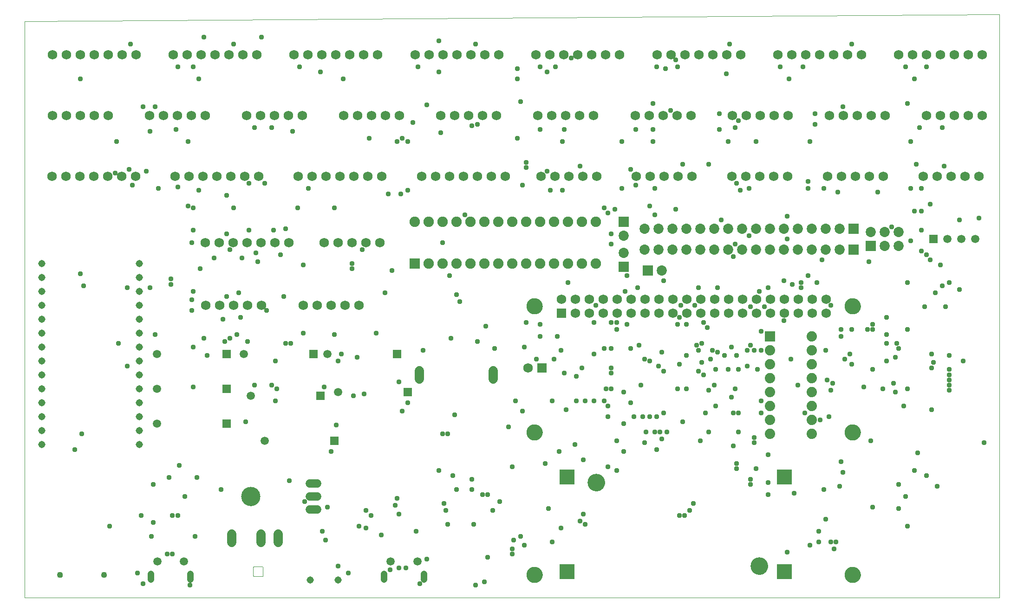
<source format=gbs>
G75*
%MOIN*%
%OFA0B0*%
%FSLAX25Y25*%
%IPPOS*%
%LPD*%
%AMOC8*
5,1,8,0,0,1.08239X$1,22.5*
%
%ADD10C,0.00000*%
%ADD11C,0.06800*%
%ADD12C,0.05162*%
%ADD13C,0.00100*%
%ADD14C,0.04343*%
%ADD15R,0.07300X0.07300*%
%ADD16C,0.07300*%
%ADD17C,0.11627*%
%ADD18R,0.06800X0.06800*%
%ADD19C,0.06800*%
%ADD20R,0.05950X0.05950*%
%ADD21C,0.05950*%
%ADD22C,0.06000*%
%ADD23C,0.13800*%
%ADD24R,0.07400X0.07400*%
%ADD25C,0.07400*%
%ADD26R,0.07493X0.07493*%
%ADD27C,0.07493*%
%ADD28C,0.04800*%
%ADD29R,0.10643X0.10643*%
%ADD30C,0.12611*%
%ADD31C,0.03778*%
D10*
X0001000Y0008593D02*
X0001000Y0422293D01*
X0700921Y0427293D01*
X0700921Y0008593D01*
X0001000Y0008593D01*
X0024740Y0024754D02*
X0024742Y0024838D01*
X0024748Y0024921D01*
X0024758Y0025004D01*
X0024772Y0025087D01*
X0024789Y0025169D01*
X0024811Y0025250D01*
X0024836Y0025329D01*
X0024865Y0025408D01*
X0024898Y0025485D01*
X0024934Y0025560D01*
X0024974Y0025634D01*
X0025017Y0025706D01*
X0025064Y0025775D01*
X0025114Y0025842D01*
X0025167Y0025907D01*
X0025223Y0025969D01*
X0025281Y0026029D01*
X0025343Y0026086D01*
X0025407Y0026139D01*
X0025474Y0026190D01*
X0025543Y0026237D01*
X0025614Y0026282D01*
X0025687Y0026322D01*
X0025762Y0026359D01*
X0025839Y0026393D01*
X0025917Y0026423D01*
X0025996Y0026449D01*
X0026077Y0026472D01*
X0026159Y0026490D01*
X0026241Y0026505D01*
X0026324Y0026516D01*
X0026407Y0026523D01*
X0026491Y0026526D01*
X0026575Y0026525D01*
X0026658Y0026520D01*
X0026742Y0026511D01*
X0026824Y0026498D01*
X0026906Y0026482D01*
X0026987Y0026461D01*
X0027068Y0026437D01*
X0027146Y0026409D01*
X0027224Y0026377D01*
X0027300Y0026341D01*
X0027374Y0026302D01*
X0027446Y0026260D01*
X0027516Y0026214D01*
X0027584Y0026165D01*
X0027649Y0026113D01*
X0027712Y0026058D01*
X0027772Y0026000D01*
X0027830Y0025939D01*
X0027884Y0025875D01*
X0027936Y0025809D01*
X0027984Y0025741D01*
X0028029Y0025670D01*
X0028070Y0025597D01*
X0028109Y0025523D01*
X0028143Y0025447D01*
X0028174Y0025369D01*
X0028201Y0025290D01*
X0028225Y0025209D01*
X0028244Y0025128D01*
X0028260Y0025046D01*
X0028272Y0024963D01*
X0028280Y0024879D01*
X0028284Y0024796D01*
X0028284Y0024712D01*
X0028280Y0024629D01*
X0028272Y0024545D01*
X0028260Y0024462D01*
X0028244Y0024380D01*
X0028225Y0024299D01*
X0028201Y0024218D01*
X0028174Y0024139D01*
X0028143Y0024061D01*
X0028109Y0023985D01*
X0028070Y0023911D01*
X0028029Y0023838D01*
X0027984Y0023767D01*
X0027936Y0023699D01*
X0027884Y0023633D01*
X0027830Y0023569D01*
X0027772Y0023508D01*
X0027712Y0023450D01*
X0027649Y0023395D01*
X0027584Y0023343D01*
X0027516Y0023294D01*
X0027446Y0023248D01*
X0027374Y0023206D01*
X0027300Y0023167D01*
X0027224Y0023131D01*
X0027146Y0023099D01*
X0027068Y0023071D01*
X0026987Y0023047D01*
X0026906Y0023026D01*
X0026824Y0023010D01*
X0026742Y0022997D01*
X0026658Y0022988D01*
X0026575Y0022983D01*
X0026491Y0022982D01*
X0026407Y0022985D01*
X0026324Y0022992D01*
X0026241Y0023003D01*
X0026159Y0023018D01*
X0026077Y0023036D01*
X0025996Y0023059D01*
X0025917Y0023085D01*
X0025839Y0023115D01*
X0025762Y0023149D01*
X0025687Y0023186D01*
X0025614Y0023226D01*
X0025543Y0023271D01*
X0025474Y0023318D01*
X0025407Y0023369D01*
X0025343Y0023422D01*
X0025281Y0023479D01*
X0025223Y0023539D01*
X0025167Y0023601D01*
X0025114Y0023666D01*
X0025064Y0023733D01*
X0025017Y0023802D01*
X0024974Y0023874D01*
X0024934Y0023948D01*
X0024898Y0024023D01*
X0024865Y0024100D01*
X0024836Y0024179D01*
X0024811Y0024258D01*
X0024789Y0024339D01*
X0024772Y0024421D01*
X0024758Y0024504D01*
X0024748Y0024587D01*
X0024742Y0024670D01*
X0024740Y0024754D01*
X0056236Y0024754D02*
X0056238Y0024838D01*
X0056244Y0024921D01*
X0056254Y0025004D01*
X0056268Y0025087D01*
X0056285Y0025169D01*
X0056307Y0025250D01*
X0056332Y0025329D01*
X0056361Y0025408D01*
X0056394Y0025485D01*
X0056430Y0025560D01*
X0056470Y0025634D01*
X0056513Y0025706D01*
X0056560Y0025775D01*
X0056610Y0025842D01*
X0056663Y0025907D01*
X0056719Y0025969D01*
X0056777Y0026029D01*
X0056839Y0026086D01*
X0056903Y0026139D01*
X0056970Y0026190D01*
X0057039Y0026237D01*
X0057110Y0026282D01*
X0057183Y0026322D01*
X0057258Y0026359D01*
X0057335Y0026393D01*
X0057413Y0026423D01*
X0057492Y0026449D01*
X0057573Y0026472D01*
X0057655Y0026490D01*
X0057737Y0026505D01*
X0057820Y0026516D01*
X0057903Y0026523D01*
X0057987Y0026526D01*
X0058071Y0026525D01*
X0058154Y0026520D01*
X0058238Y0026511D01*
X0058320Y0026498D01*
X0058402Y0026482D01*
X0058483Y0026461D01*
X0058564Y0026437D01*
X0058642Y0026409D01*
X0058720Y0026377D01*
X0058796Y0026341D01*
X0058870Y0026302D01*
X0058942Y0026260D01*
X0059012Y0026214D01*
X0059080Y0026165D01*
X0059145Y0026113D01*
X0059208Y0026058D01*
X0059268Y0026000D01*
X0059326Y0025939D01*
X0059380Y0025875D01*
X0059432Y0025809D01*
X0059480Y0025741D01*
X0059525Y0025670D01*
X0059566Y0025597D01*
X0059605Y0025523D01*
X0059639Y0025447D01*
X0059670Y0025369D01*
X0059697Y0025290D01*
X0059721Y0025209D01*
X0059740Y0025128D01*
X0059756Y0025046D01*
X0059768Y0024963D01*
X0059776Y0024879D01*
X0059780Y0024796D01*
X0059780Y0024712D01*
X0059776Y0024629D01*
X0059768Y0024545D01*
X0059756Y0024462D01*
X0059740Y0024380D01*
X0059721Y0024299D01*
X0059697Y0024218D01*
X0059670Y0024139D01*
X0059639Y0024061D01*
X0059605Y0023985D01*
X0059566Y0023911D01*
X0059525Y0023838D01*
X0059480Y0023767D01*
X0059432Y0023699D01*
X0059380Y0023633D01*
X0059326Y0023569D01*
X0059268Y0023508D01*
X0059208Y0023450D01*
X0059145Y0023395D01*
X0059080Y0023343D01*
X0059012Y0023294D01*
X0058942Y0023248D01*
X0058870Y0023206D01*
X0058796Y0023167D01*
X0058720Y0023131D01*
X0058642Y0023099D01*
X0058564Y0023071D01*
X0058483Y0023047D01*
X0058402Y0023026D01*
X0058320Y0023010D01*
X0058238Y0022997D01*
X0058154Y0022988D01*
X0058071Y0022983D01*
X0057987Y0022982D01*
X0057903Y0022985D01*
X0057820Y0022992D01*
X0057737Y0023003D01*
X0057655Y0023018D01*
X0057573Y0023036D01*
X0057492Y0023059D01*
X0057413Y0023085D01*
X0057335Y0023115D01*
X0057258Y0023149D01*
X0057183Y0023186D01*
X0057110Y0023226D01*
X0057039Y0023271D01*
X0056970Y0023318D01*
X0056903Y0023369D01*
X0056839Y0023422D01*
X0056777Y0023479D01*
X0056719Y0023539D01*
X0056663Y0023601D01*
X0056610Y0023666D01*
X0056560Y0023733D01*
X0056513Y0023802D01*
X0056470Y0023874D01*
X0056430Y0023948D01*
X0056394Y0024023D01*
X0056361Y0024100D01*
X0056332Y0024179D01*
X0056307Y0024258D01*
X0056285Y0024339D01*
X0056268Y0024421D01*
X0056254Y0024504D01*
X0056244Y0024587D01*
X0056238Y0024670D01*
X0056236Y0024754D01*
X0157000Y0081093D02*
X0157002Y0081254D01*
X0157008Y0081414D01*
X0157018Y0081575D01*
X0157032Y0081735D01*
X0157050Y0081895D01*
X0157071Y0082054D01*
X0157097Y0082213D01*
X0157127Y0082371D01*
X0157160Y0082528D01*
X0157198Y0082685D01*
X0157239Y0082840D01*
X0157284Y0082994D01*
X0157333Y0083147D01*
X0157386Y0083299D01*
X0157442Y0083450D01*
X0157503Y0083599D01*
X0157566Y0083747D01*
X0157634Y0083893D01*
X0157705Y0084037D01*
X0157779Y0084179D01*
X0157857Y0084320D01*
X0157939Y0084458D01*
X0158024Y0084595D01*
X0158112Y0084729D01*
X0158204Y0084861D01*
X0158299Y0084991D01*
X0158397Y0085119D01*
X0158498Y0085244D01*
X0158602Y0085366D01*
X0158709Y0085486D01*
X0158819Y0085603D01*
X0158932Y0085718D01*
X0159048Y0085829D01*
X0159167Y0085938D01*
X0159288Y0086043D01*
X0159412Y0086146D01*
X0159538Y0086246D01*
X0159666Y0086342D01*
X0159797Y0086435D01*
X0159931Y0086525D01*
X0160066Y0086612D01*
X0160204Y0086695D01*
X0160343Y0086775D01*
X0160485Y0086851D01*
X0160628Y0086924D01*
X0160773Y0086993D01*
X0160920Y0087059D01*
X0161068Y0087121D01*
X0161218Y0087179D01*
X0161369Y0087234D01*
X0161522Y0087285D01*
X0161676Y0087332D01*
X0161831Y0087375D01*
X0161987Y0087414D01*
X0162143Y0087450D01*
X0162301Y0087481D01*
X0162459Y0087509D01*
X0162618Y0087533D01*
X0162778Y0087553D01*
X0162938Y0087569D01*
X0163098Y0087581D01*
X0163259Y0087589D01*
X0163420Y0087593D01*
X0163580Y0087593D01*
X0163741Y0087589D01*
X0163902Y0087581D01*
X0164062Y0087569D01*
X0164222Y0087553D01*
X0164382Y0087533D01*
X0164541Y0087509D01*
X0164699Y0087481D01*
X0164857Y0087450D01*
X0165013Y0087414D01*
X0165169Y0087375D01*
X0165324Y0087332D01*
X0165478Y0087285D01*
X0165631Y0087234D01*
X0165782Y0087179D01*
X0165932Y0087121D01*
X0166080Y0087059D01*
X0166227Y0086993D01*
X0166372Y0086924D01*
X0166515Y0086851D01*
X0166657Y0086775D01*
X0166796Y0086695D01*
X0166934Y0086612D01*
X0167069Y0086525D01*
X0167203Y0086435D01*
X0167334Y0086342D01*
X0167462Y0086246D01*
X0167588Y0086146D01*
X0167712Y0086043D01*
X0167833Y0085938D01*
X0167952Y0085829D01*
X0168068Y0085718D01*
X0168181Y0085603D01*
X0168291Y0085486D01*
X0168398Y0085366D01*
X0168502Y0085244D01*
X0168603Y0085119D01*
X0168701Y0084991D01*
X0168796Y0084861D01*
X0168888Y0084729D01*
X0168976Y0084595D01*
X0169061Y0084458D01*
X0169143Y0084320D01*
X0169221Y0084179D01*
X0169295Y0084037D01*
X0169366Y0083893D01*
X0169434Y0083747D01*
X0169497Y0083599D01*
X0169558Y0083450D01*
X0169614Y0083299D01*
X0169667Y0083147D01*
X0169716Y0082994D01*
X0169761Y0082840D01*
X0169802Y0082685D01*
X0169840Y0082528D01*
X0169873Y0082371D01*
X0169903Y0082213D01*
X0169929Y0082054D01*
X0169950Y0081895D01*
X0169968Y0081735D01*
X0169982Y0081575D01*
X0169992Y0081414D01*
X0169998Y0081254D01*
X0170000Y0081093D01*
X0169998Y0080932D01*
X0169992Y0080772D01*
X0169982Y0080611D01*
X0169968Y0080451D01*
X0169950Y0080291D01*
X0169929Y0080132D01*
X0169903Y0079973D01*
X0169873Y0079815D01*
X0169840Y0079658D01*
X0169802Y0079501D01*
X0169761Y0079346D01*
X0169716Y0079192D01*
X0169667Y0079039D01*
X0169614Y0078887D01*
X0169558Y0078736D01*
X0169497Y0078587D01*
X0169434Y0078439D01*
X0169366Y0078293D01*
X0169295Y0078149D01*
X0169221Y0078007D01*
X0169143Y0077866D01*
X0169061Y0077728D01*
X0168976Y0077591D01*
X0168888Y0077457D01*
X0168796Y0077325D01*
X0168701Y0077195D01*
X0168603Y0077067D01*
X0168502Y0076942D01*
X0168398Y0076820D01*
X0168291Y0076700D01*
X0168181Y0076583D01*
X0168068Y0076468D01*
X0167952Y0076357D01*
X0167833Y0076248D01*
X0167712Y0076143D01*
X0167588Y0076040D01*
X0167462Y0075940D01*
X0167334Y0075844D01*
X0167203Y0075751D01*
X0167069Y0075661D01*
X0166934Y0075574D01*
X0166796Y0075491D01*
X0166657Y0075411D01*
X0166515Y0075335D01*
X0166372Y0075262D01*
X0166227Y0075193D01*
X0166080Y0075127D01*
X0165932Y0075065D01*
X0165782Y0075007D01*
X0165631Y0074952D01*
X0165478Y0074901D01*
X0165324Y0074854D01*
X0165169Y0074811D01*
X0165013Y0074772D01*
X0164857Y0074736D01*
X0164699Y0074705D01*
X0164541Y0074677D01*
X0164382Y0074653D01*
X0164222Y0074633D01*
X0164062Y0074617D01*
X0163902Y0074605D01*
X0163741Y0074597D01*
X0163580Y0074593D01*
X0163420Y0074593D01*
X0163259Y0074597D01*
X0163098Y0074605D01*
X0162938Y0074617D01*
X0162778Y0074633D01*
X0162618Y0074653D01*
X0162459Y0074677D01*
X0162301Y0074705D01*
X0162143Y0074736D01*
X0161987Y0074772D01*
X0161831Y0074811D01*
X0161676Y0074854D01*
X0161522Y0074901D01*
X0161369Y0074952D01*
X0161218Y0075007D01*
X0161068Y0075065D01*
X0160920Y0075127D01*
X0160773Y0075193D01*
X0160628Y0075262D01*
X0160485Y0075335D01*
X0160343Y0075411D01*
X0160204Y0075491D01*
X0160066Y0075574D01*
X0159931Y0075661D01*
X0159797Y0075751D01*
X0159666Y0075844D01*
X0159538Y0075940D01*
X0159412Y0076040D01*
X0159288Y0076143D01*
X0159167Y0076248D01*
X0159048Y0076357D01*
X0158932Y0076468D01*
X0158819Y0076583D01*
X0158709Y0076700D01*
X0158602Y0076820D01*
X0158498Y0076942D01*
X0158397Y0077067D01*
X0158299Y0077195D01*
X0158204Y0077325D01*
X0158112Y0077457D01*
X0158024Y0077591D01*
X0157939Y0077728D01*
X0157857Y0077866D01*
X0157779Y0078007D01*
X0157705Y0078149D01*
X0157634Y0078293D01*
X0157566Y0078439D01*
X0157503Y0078587D01*
X0157442Y0078736D01*
X0157386Y0078887D01*
X0157333Y0079039D01*
X0157284Y0079192D01*
X0157239Y0079346D01*
X0157198Y0079501D01*
X0157160Y0079658D01*
X0157127Y0079815D01*
X0157097Y0079973D01*
X0157071Y0080132D01*
X0157050Y0080291D01*
X0157032Y0080451D01*
X0157018Y0080611D01*
X0157008Y0080772D01*
X0157002Y0080932D01*
X0157000Y0081093D01*
X0361867Y0127234D02*
X0361869Y0127381D01*
X0361875Y0127527D01*
X0361885Y0127673D01*
X0361899Y0127819D01*
X0361917Y0127965D01*
X0361938Y0128110D01*
X0361964Y0128254D01*
X0361994Y0128398D01*
X0362027Y0128540D01*
X0362064Y0128682D01*
X0362105Y0128823D01*
X0362150Y0128962D01*
X0362199Y0129101D01*
X0362251Y0129238D01*
X0362308Y0129373D01*
X0362367Y0129507D01*
X0362431Y0129639D01*
X0362498Y0129769D01*
X0362568Y0129898D01*
X0362642Y0130025D01*
X0362719Y0130149D01*
X0362800Y0130272D01*
X0362884Y0130392D01*
X0362971Y0130510D01*
X0363061Y0130625D01*
X0363154Y0130738D01*
X0363251Y0130849D01*
X0363350Y0130957D01*
X0363452Y0131062D01*
X0363557Y0131164D01*
X0363665Y0131263D01*
X0363776Y0131360D01*
X0363889Y0131453D01*
X0364004Y0131543D01*
X0364122Y0131630D01*
X0364242Y0131714D01*
X0364365Y0131795D01*
X0364489Y0131872D01*
X0364616Y0131946D01*
X0364745Y0132016D01*
X0364875Y0132083D01*
X0365007Y0132147D01*
X0365141Y0132206D01*
X0365276Y0132263D01*
X0365413Y0132315D01*
X0365552Y0132364D01*
X0365691Y0132409D01*
X0365832Y0132450D01*
X0365974Y0132487D01*
X0366116Y0132520D01*
X0366260Y0132550D01*
X0366404Y0132576D01*
X0366549Y0132597D01*
X0366695Y0132615D01*
X0366841Y0132629D01*
X0366987Y0132639D01*
X0367133Y0132645D01*
X0367280Y0132647D01*
X0367427Y0132645D01*
X0367573Y0132639D01*
X0367719Y0132629D01*
X0367865Y0132615D01*
X0368011Y0132597D01*
X0368156Y0132576D01*
X0368300Y0132550D01*
X0368444Y0132520D01*
X0368586Y0132487D01*
X0368728Y0132450D01*
X0368869Y0132409D01*
X0369008Y0132364D01*
X0369147Y0132315D01*
X0369284Y0132263D01*
X0369419Y0132206D01*
X0369553Y0132147D01*
X0369685Y0132083D01*
X0369815Y0132016D01*
X0369944Y0131946D01*
X0370071Y0131872D01*
X0370195Y0131795D01*
X0370318Y0131714D01*
X0370438Y0131630D01*
X0370556Y0131543D01*
X0370671Y0131453D01*
X0370784Y0131360D01*
X0370895Y0131263D01*
X0371003Y0131164D01*
X0371108Y0131062D01*
X0371210Y0130957D01*
X0371309Y0130849D01*
X0371406Y0130738D01*
X0371499Y0130625D01*
X0371589Y0130510D01*
X0371676Y0130392D01*
X0371760Y0130272D01*
X0371841Y0130149D01*
X0371918Y0130025D01*
X0371992Y0129898D01*
X0372062Y0129769D01*
X0372129Y0129639D01*
X0372193Y0129507D01*
X0372252Y0129373D01*
X0372309Y0129238D01*
X0372361Y0129101D01*
X0372410Y0128962D01*
X0372455Y0128823D01*
X0372496Y0128682D01*
X0372533Y0128540D01*
X0372566Y0128398D01*
X0372596Y0128254D01*
X0372622Y0128110D01*
X0372643Y0127965D01*
X0372661Y0127819D01*
X0372675Y0127673D01*
X0372685Y0127527D01*
X0372691Y0127381D01*
X0372693Y0127234D01*
X0372691Y0127087D01*
X0372685Y0126941D01*
X0372675Y0126795D01*
X0372661Y0126649D01*
X0372643Y0126503D01*
X0372622Y0126358D01*
X0372596Y0126214D01*
X0372566Y0126070D01*
X0372533Y0125928D01*
X0372496Y0125786D01*
X0372455Y0125645D01*
X0372410Y0125506D01*
X0372361Y0125367D01*
X0372309Y0125230D01*
X0372252Y0125095D01*
X0372193Y0124961D01*
X0372129Y0124829D01*
X0372062Y0124699D01*
X0371992Y0124570D01*
X0371918Y0124443D01*
X0371841Y0124319D01*
X0371760Y0124196D01*
X0371676Y0124076D01*
X0371589Y0123958D01*
X0371499Y0123843D01*
X0371406Y0123730D01*
X0371309Y0123619D01*
X0371210Y0123511D01*
X0371108Y0123406D01*
X0371003Y0123304D01*
X0370895Y0123205D01*
X0370784Y0123108D01*
X0370671Y0123015D01*
X0370556Y0122925D01*
X0370438Y0122838D01*
X0370318Y0122754D01*
X0370195Y0122673D01*
X0370071Y0122596D01*
X0369944Y0122522D01*
X0369815Y0122452D01*
X0369685Y0122385D01*
X0369553Y0122321D01*
X0369419Y0122262D01*
X0369284Y0122205D01*
X0369147Y0122153D01*
X0369008Y0122104D01*
X0368869Y0122059D01*
X0368728Y0122018D01*
X0368586Y0121981D01*
X0368444Y0121948D01*
X0368300Y0121918D01*
X0368156Y0121892D01*
X0368011Y0121871D01*
X0367865Y0121853D01*
X0367719Y0121839D01*
X0367573Y0121829D01*
X0367427Y0121823D01*
X0367280Y0121821D01*
X0367133Y0121823D01*
X0366987Y0121829D01*
X0366841Y0121839D01*
X0366695Y0121853D01*
X0366549Y0121871D01*
X0366404Y0121892D01*
X0366260Y0121918D01*
X0366116Y0121948D01*
X0365974Y0121981D01*
X0365832Y0122018D01*
X0365691Y0122059D01*
X0365552Y0122104D01*
X0365413Y0122153D01*
X0365276Y0122205D01*
X0365141Y0122262D01*
X0365007Y0122321D01*
X0364875Y0122385D01*
X0364745Y0122452D01*
X0364616Y0122522D01*
X0364489Y0122596D01*
X0364365Y0122673D01*
X0364242Y0122754D01*
X0364122Y0122838D01*
X0364004Y0122925D01*
X0363889Y0123015D01*
X0363776Y0123108D01*
X0363665Y0123205D01*
X0363557Y0123304D01*
X0363452Y0123406D01*
X0363350Y0123511D01*
X0363251Y0123619D01*
X0363154Y0123730D01*
X0363061Y0123843D01*
X0362971Y0123958D01*
X0362884Y0124076D01*
X0362800Y0124196D01*
X0362719Y0124319D01*
X0362642Y0124443D01*
X0362568Y0124570D01*
X0362498Y0124699D01*
X0362431Y0124829D01*
X0362367Y0124961D01*
X0362308Y0125095D01*
X0362251Y0125230D01*
X0362199Y0125367D01*
X0362150Y0125506D01*
X0362105Y0125645D01*
X0362064Y0125786D01*
X0362027Y0125928D01*
X0361994Y0126070D01*
X0361964Y0126214D01*
X0361938Y0126358D01*
X0361917Y0126503D01*
X0361899Y0126649D01*
X0361885Y0126795D01*
X0361875Y0126941D01*
X0361869Y0127087D01*
X0361867Y0127234D01*
X0405594Y0091093D02*
X0405596Y0091246D01*
X0405602Y0091400D01*
X0405612Y0091553D01*
X0405626Y0091705D01*
X0405644Y0091858D01*
X0405666Y0092009D01*
X0405691Y0092160D01*
X0405721Y0092311D01*
X0405755Y0092461D01*
X0405792Y0092609D01*
X0405833Y0092757D01*
X0405878Y0092903D01*
X0405927Y0093049D01*
X0405980Y0093193D01*
X0406036Y0093335D01*
X0406096Y0093476D01*
X0406160Y0093616D01*
X0406227Y0093754D01*
X0406298Y0093890D01*
X0406373Y0094024D01*
X0406450Y0094156D01*
X0406532Y0094286D01*
X0406616Y0094414D01*
X0406704Y0094540D01*
X0406795Y0094663D01*
X0406889Y0094784D01*
X0406987Y0094902D01*
X0407087Y0095018D01*
X0407191Y0095131D01*
X0407297Y0095242D01*
X0407406Y0095350D01*
X0407518Y0095455D01*
X0407632Y0095556D01*
X0407750Y0095655D01*
X0407869Y0095751D01*
X0407991Y0095844D01*
X0408116Y0095933D01*
X0408243Y0096020D01*
X0408372Y0096102D01*
X0408503Y0096182D01*
X0408636Y0096258D01*
X0408771Y0096331D01*
X0408908Y0096400D01*
X0409047Y0096465D01*
X0409187Y0096527D01*
X0409329Y0096585D01*
X0409472Y0096640D01*
X0409617Y0096691D01*
X0409763Y0096738D01*
X0409910Y0096781D01*
X0410058Y0096820D01*
X0410207Y0096856D01*
X0410357Y0096887D01*
X0410508Y0096915D01*
X0410659Y0096939D01*
X0410812Y0096959D01*
X0410964Y0096975D01*
X0411117Y0096987D01*
X0411270Y0096995D01*
X0411423Y0096999D01*
X0411577Y0096999D01*
X0411730Y0096995D01*
X0411883Y0096987D01*
X0412036Y0096975D01*
X0412188Y0096959D01*
X0412341Y0096939D01*
X0412492Y0096915D01*
X0412643Y0096887D01*
X0412793Y0096856D01*
X0412942Y0096820D01*
X0413090Y0096781D01*
X0413237Y0096738D01*
X0413383Y0096691D01*
X0413528Y0096640D01*
X0413671Y0096585D01*
X0413813Y0096527D01*
X0413953Y0096465D01*
X0414092Y0096400D01*
X0414229Y0096331D01*
X0414364Y0096258D01*
X0414497Y0096182D01*
X0414628Y0096102D01*
X0414757Y0096020D01*
X0414884Y0095933D01*
X0415009Y0095844D01*
X0415131Y0095751D01*
X0415250Y0095655D01*
X0415368Y0095556D01*
X0415482Y0095455D01*
X0415594Y0095350D01*
X0415703Y0095242D01*
X0415809Y0095131D01*
X0415913Y0095018D01*
X0416013Y0094902D01*
X0416111Y0094784D01*
X0416205Y0094663D01*
X0416296Y0094540D01*
X0416384Y0094414D01*
X0416468Y0094286D01*
X0416550Y0094156D01*
X0416627Y0094024D01*
X0416702Y0093890D01*
X0416773Y0093754D01*
X0416840Y0093616D01*
X0416904Y0093476D01*
X0416964Y0093335D01*
X0417020Y0093193D01*
X0417073Y0093049D01*
X0417122Y0092903D01*
X0417167Y0092757D01*
X0417208Y0092609D01*
X0417245Y0092461D01*
X0417279Y0092311D01*
X0417309Y0092160D01*
X0417334Y0092009D01*
X0417356Y0091858D01*
X0417374Y0091705D01*
X0417388Y0091553D01*
X0417398Y0091400D01*
X0417404Y0091246D01*
X0417406Y0091093D01*
X0417404Y0090940D01*
X0417398Y0090786D01*
X0417388Y0090633D01*
X0417374Y0090481D01*
X0417356Y0090328D01*
X0417334Y0090177D01*
X0417309Y0090026D01*
X0417279Y0089875D01*
X0417245Y0089725D01*
X0417208Y0089577D01*
X0417167Y0089429D01*
X0417122Y0089283D01*
X0417073Y0089137D01*
X0417020Y0088993D01*
X0416964Y0088851D01*
X0416904Y0088710D01*
X0416840Y0088570D01*
X0416773Y0088432D01*
X0416702Y0088296D01*
X0416627Y0088162D01*
X0416550Y0088030D01*
X0416468Y0087900D01*
X0416384Y0087772D01*
X0416296Y0087646D01*
X0416205Y0087523D01*
X0416111Y0087402D01*
X0416013Y0087284D01*
X0415913Y0087168D01*
X0415809Y0087055D01*
X0415703Y0086944D01*
X0415594Y0086836D01*
X0415482Y0086731D01*
X0415368Y0086630D01*
X0415250Y0086531D01*
X0415131Y0086435D01*
X0415009Y0086342D01*
X0414884Y0086253D01*
X0414757Y0086166D01*
X0414628Y0086084D01*
X0414497Y0086004D01*
X0414364Y0085928D01*
X0414229Y0085855D01*
X0414092Y0085786D01*
X0413953Y0085721D01*
X0413813Y0085659D01*
X0413671Y0085601D01*
X0413528Y0085546D01*
X0413383Y0085495D01*
X0413237Y0085448D01*
X0413090Y0085405D01*
X0412942Y0085366D01*
X0412793Y0085330D01*
X0412643Y0085299D01*
X0412492Y0085271D01*
X0412341Y0085247D01*
X0412188Y0085227D01*
X0412036Y0085211D01*
X0411883Y0085199D01*
X0411730Y0085191D01*
X0411577Y0085187D01*
X0411423Y0085187D01*
X0411270Y0085191D01*
X0411117Y0085199D01*
X0410964Y0085211D01*
X0410812Y0085227D01*
X0410659Y0085247D01*
X0410508Y0085271D01*
X0410357Y0085299D01*
X0410207Y0085330D01*
X0410058Y0085366D01*
X0409910Y0085405D01*
X0409763Y0085448D01*
X0409617Y0085495D01*
X0409472Y0085546D01*
X0409329Y0085601D01*
X0409187Y0085659D01*
X0409047Y0085721D01*
X0408908Y0085786D01*
X0408771Y0085855D01*
X0408636Y0085928D01*
X0408503Y0086004D01*
X0408372Y0086084D01*
X0408243Y0086166D01*
X0408116Y0086253D01*
X0407991Y0086342D01*
X0407869Y0086435D01*
X0407750Y0086531D01*
X0407632Y0086630D01*
X0407518Y0086731D01*
X0407406Y0086836D01*
X0407297Y0086944D01*
X0407191Y0087055D01*
X0407087Y0087168D01*
X0406987Y0087284D01*
X0406889Y0087402D01*
X0406795Y0087523D01*
X0406704Y0087646D01*
X0406616Y0087772D01*
X0406532Y0087900D01*
X0406450Y0088030D01*
X0406373Y0088162D01*
X0406298Y0088296D01*
X0406227Y0088432D01*
X0406160Y0088570D01*
X0406096Y0088710D01*
X0406036Y0088851D01*
X0405980Y0088993D01*
X0405927Y0089137D01*
X0405878Y0089283D01*
X0405833Y0089429D01*
X0405792Y0089577D01*
X0405755Y0089725D01*
X0405721Y0089875D01*
X0405691Y0090026D01*
X0405666Y0090177D01*
X0405644Y0090328D01*
X0405626Y0090481D01*
X0405612Y0090633D01*
X0405602Y0090786D01*
X0405596Y0090940D01*
X0405594Y0091093D01*
X0361867Y0024872D02*
X0361869Y0025019D01*
X0361875Y0025165D01*
X0361885Y0025311D01*
X0361899Y0025457D01*
X0361917Y0025603D01*
X0361938Y0025748D01*
X0361964Y0025892D01*
X0361994Y0026036D01*
X0362027Y0026178D01*
X0362064Y0026320D01*
X0362105Y0026461D01*
X0362150Y0026600D01*
X0362199Y0026739D01*
X0362251Y0026876D01*
X0362308Y0027011D01*
X0362367Y0027145D01*
X0362431Y0027277D01*
X0362498Y0027407D01*
X0362568Y0027536D01*
X0362642Y0027663D01*
X0362719Y0027787D01*
X0362800Y0027910D01*
X0362884Y0028030D01*
X0362971Y0028148D01*
X0363061Y0028263D01*
X0363154Y0028376D01*
X0363251Y0028487D01*
X0363350Y0028595D01*
X0363452Y0028700D01*
X0363557Y0028802D01*
X0363665Y0028901D01*
X0363776Y0028998D01*
X0363889Y0029091D01*
X0364004Y0029181D01*
X0364122Y0029268D01*
X0364242Y0029352D01*
X0364365Y0029433D01*
X0364489Y0029510D01*
X0364616Y0029584D01*
X0364745Y0029654D01*
X0364875Y0029721D01*
X0365007Y0029785D01*
X0365141Y0029844D01*
X0365276Y0029901D01*
X0365413Y0029953D01*
X0365552Y0030002D01*
X0365691Y0030047D01*
X0365832Y0030088D01*
X0365974Y0030125D01*
X0366116Y0030158D01*
X0366260Y0030188D01*
X0366404Y0030214D01*
X0366549Y0030235D01*
X0366695Y0030253D01*
X0366841Y0030267D01*
X0366987Y0030277D01*
X0367133Y0030283D01*
X0367280Y0030285D01*
X0367427Y0030283D01*
X0367573Y0030277D01*
X0367719Y0030267D01*
X0367865Y0030253D01*
X0368011Y0030235D01*
X0368156Y0030214D01*
X0368300Y0030188D01*
X0368444Y0030158D01*
X0368586Y0030125D01*
X0368728Y0030088D01*
X0368869Y0030047D01*
X0369008Y0030002D01*
X0369147Y0029953D01*
X0369284Y0029901D01*
X0369419Y0029844D01*
X0369553Y0029785D01*
X0369685Y0029721D01*
X0369815Y0029654D01*
X0369944Y0029584D01*
X0370071Y0029510D01*
X0370195Y0029433D01*
X0370318Y0029352D01*
X0370438Y0029268D01*
X0370556Y0029181D01*
X0370671Y0029091D01*
X0370784Y0028998D01*
X0370895Y0028901D01*
X0371003Y0028802D01*
X0371108Y0028700D01*
X0371210Y0028595D01*
X0371309Y0028487D01*
X0371406Y0028376D01*
X0371499Y0028263D01*
X0371589Y0028148D01*
X0371676Y0028030D01*
X0371760Y0027910D01*
X0371841Y0027787D01*
X0371918Y0027663D01*
X0371992Y0027536D01*
X0372062Y0027407D01*
X0372129Y0027277D01*
X0372193Y0027145D01*
X0372252Y0027011D01*
X0372309Y0026876D01*
X0372361Y0026739D01*
X0372410Y0026600D01*
X0372455Y0026461D01*
X0372496Y0026320D01*
X0372533Y0026178D01*
X0372566Y0026036D01*
X0372596Y0025892D01*
X0372622Y0025748D01*
X0372643Y0025603D01*
X0372661Y0025457D01*
X0372675Y0025311D01*
X0372685Y0025165D01*
X0372691Y0025019D01*
X0372693Y0024872D01*
X0372691Y0024725D01*
X0372685Y0024579D01*
X0372675Y0024433D01*
X0372661Y0024287D01*
X0372643Y0024141D01*
X0372622Y0023996D01*
X0372596Y0023852D01*
X0372566Y0023708D01*
X0372533Y0023566D01*
X0372496Y0023424D01*
X0372455Y0023283D01*
X0372410Y0023144D01*
X0372361Y0023005D01*
X0372309Y0022868D01*
X0372252Y0022733D01*
X0372193Y0022599D01*
X0372129Y0022467D01*
X0372062Y0022337D01*
X0371992Y0022208D01*
X0371918Y0022081D01*
X0371841Y0021957D01*
X0371760Y0021834D01*
X0371676Y0021714D01*
X0371589Y0021596D01*
X0371499Y0021481D01*
X0371406Y0021368D01*
X0371309Y0021257D01*
X0371210Y0021149D01*
X0371108Y0021044D01*
X0371003Y0020942D01*
X0370895Y0020843D01*
X0370784Y0020746D01*
X0370671Y0020653D01*
X0370556Y0020563D01*
X0370438Y0020476D01*
X0370318Y0020392D01*
X0370195Y0020311D01*
X0370071Y0020234D01*
X0369944Y0020160D01*
X0369815Y0020090D01*
X0369685Y0020023D01*
X0369553Y0019959D01*
X0369419Y0019900D01*
X0369284Y0019843D01*
X0369147Y0019791D01*
X0369008Y0019742D01*
X0368869Y0019697D01*
X0368728Y0019656D01*
X0368586Y0019619D01*
X0368444Y0019586D01*
X0368300Y0019556D01*
X0368156Y0019530D01*
X0368011Y0019509D01*
X0367865Y0019491D01*
X0367719Y0019477D01*
X0367573Y0019467D01*
X0367427Y0019461D01*
X0367280Y0019459D01*
X0367133Y0019461D01*
X0366987Y0019467D01*
X0366841Y0019477D01*
X0366695Y0019491D01*
X0366549Y0019509D01*
X0366404Y0019530D01*
X0366260Y0019556D01*
X0366116Y0019586D01*
X0365974Y0019619D01*
X0365832Y0019656D01*
X0365691Y0019697D01*
X0365552Y0019742D01*
X0365413Y0019791D01*
X0365276Y0019843D01*
X0365141Y0019900D01*
X0365007Y0019959D01*
X0364875Y0020023D01*
X0364745Y0020090D01*
X0364616Y0020160D01*
X0364489Y0020234D01*
X0364365Y0020311D01*
X0364242Y0020392D01*
X0364122Y0020476D01*
X0364004Y0020563D01*
X0363889Y0020653D01*
X0363776Y0020746D01*
X0363665Y0020843D01*
X0363557Y0020942D01*
X0363452Y0021044D01*
X0363350Y0021149D01*
X0363251Y0021257D01*
X0363154Y0021368D01*
X0363061Y0021481D01*
X0362971Y0021596D01*
X0362884Y0021714D01*
X0362800Y0021834D01*
X0362719Y0021957D01*
X0362642Y0022081D01*
X0362568Y0022208D01*
X0362498Y0022337D01*
X0362431Y0022467D01*
X0362367Y0022599D01*
X0362308Y0022733D01*
X0362251Y0022868D01*
X0362199Y0023005D01*
X0362150Y0023144D01*
X0362105Y0023283D01*
X0362064Y0023424D01*
X0362027Y0023566D01*
X0361994Y0023708D01*
X0361964Y0023852D01*
X0361938Y0023996D01*
X0361917Y0024141D01*
X0361899Y0024287D01*
X0361885Y0024433D01*
X0361875Y0024579D01*
X0361869Y0024725D01*
X0361867Y0024872D01*
X0522594Y0031093D02*
X0522596Y0031246D01*
X0522602Y0031400D01*
X0522612Y0031553D01*
X0522626Y0031705D01*
X0522644Y0031858D01*
X0522666Y0032009D01*
X0522691Y0032160D01*
X0522721Y0032311D01*
X0522755Y0032461D01*
X0522792Y0032609D01*
X0522833Y0032757D01*
X0522878Y0032903D01*
X0522927Y0033049D01*
X0522980Y0033193D01*
X0523036Y0033335D01*
X0523096Y0033476D01*
X0523160Y0033616D01*
X0523227Y0033754D01*
X0523298Y0033890D01*
X0523373Y0034024D01*
X0523450Y0034156D01*
X0523532Y0034286D01*
X0523616Y0034414D01*
X0523704Y0034540D01*
X0523795Y0034663D01*
X0523889Y0034784D01*
X0523987Y0034902D01*
X0524087Y0035018D01*
X0524191Y0035131D01*
X0524297Y0035242D01*
X0524406Y0035350D01*
X0524518Y0035455D01*
X0524632Y0035556D01*
X0524750Y0035655D01*
X0524869Y0035751D01*
X0524991Y0035844D01*
X0525116Y0035933D01*
X0525243Y0036020D01*
X0525372Y0036102D01*
X0525503Y0036182D01*
X0525636Y0036258D01*
X0525771Y0036331D01*
X0525908Y0036400D01*
X0526047Y0036465D01*
X0526187Y0036527D01*
X0526329Y0036585D01*
X0526472Y0036640D01*
X0526617Y0036691D01*
X0526763Y0036738D01*
X0526910Y0036781D01*
X0527058Y0036820D01*
X0527207Y0036856D01*
X0527357Y0036887D01*
X0527508Y0036915D01*
X0527659Y0036939D01*
X0527812Y0036959D01*
X0527964Y0036975D01*
X0528117Y0036987D01*
X0528270Y0036995D01*
X0528423Y0036999D01*
X0528577Y0036999D01*
X0528730Y0036995D01*
X0528883Y0036987D01*
X0529036Y0036975D01*
X0529188Y0036959D01*
X0529341Y0036939D01*
X0529492Y0036915D01*
X0529643Y0036887D01*
X0529793Y0036856D01*
X0529942Y0036820D01*
X0530090Y0036781D01*
X0530237Y0036738D01*
X0530383Y0036691D01*
X0530528Y0036640D01*
X0530671Y0036585D01*
X0530813Y0036527D01*
X0530953Y0036465D01*
X0531092Y0036400D01*
X0531229Y0036331D01*
X0531364Y0036258D01*
X0531497Y0036182D01*
X0531628Y0036102D01*
X0531757Y0036020D01*
X0531884Y0035933D01*
X0532009Y0035844D01*
X0532131Y0035751D01*
X0532250Y0035655D01*
X0532368Y0035556D01*
X0532482Y0035455D01*
X0532594Y0035350D01*
X0532703Y0035242D01*
X0532809Y0035131D01*
X0532913Y0035018D01*
X0533013Y0034902D01*
X0533111Y0034784D01*
X0533205Y0034663D01*
X0533296Y0034540D01*
X0533384Y0034414D01*
X0533468Y0034286D01*
X0533550Y0034156D01*
X0533627Y0034024D01*
X0533702Y0033890D01*
X0533773Y0033754D01*
X0533840Y0033616D01*
X0533904Y0033476D01*
X0533964Y0033335D01*
X0534020Y0033193D01*
X0534073Y0033049D01*
X0534122Y0032903D01*
X0534167Y0032757D01*
X0534208Y0032609D01*
X0534245Y0032461D01*
X0534279Y0032311D01*
X0534309Y0032160D01*
X0534334Y0032009D01*
X0534356Y0031858D01*
X0534374Y0031705D01*
X0534388Y0031553D01*
X0534398Y0031400D01*
X0534404Y0031246D01*
X0534406Y0031093D01*
X0534404Y0030940D01*
X0534398Y0030786D01*
X0534388Y0030633D01*
X0534374Y0030481D01*
X0534356Y0030328D01*
X0534334Y0030177D01*
X0534309Y0030026D01*
X0534279Y0029875D01*
X0534245Y0029725D01*
X0534208Y0029577D01*
X0534167Y0029429D01*
X0534122Y0029283D01*
X0534073Y0029137D01*
X0534020Y0028993D01*
X0533964Y0028851D01*
X0533904Y0028710D01*
X0533840Y0028570D01*
X0533773Y0028432D01*
X0533702Y0028296D01*
X0533627Y0028162D01*
X0533550Y0028030D01*
X0533468Y0027900D01*
X0533384Y0027772D01*
X0533296Y0027646D01*
X0533205Y0027523D01*
X0533111Y0027402D01*
X0533013Y0027284D01*
X0532913Y0027168D01*
X0532809Y0027055D01*
X0532703Y0026944D01*
X0532594Y0026836D01*
X0532482Y0026731D01*
X0532368Y0026630D01*
X0532250Y0026531D01*
X0532131Y0026435D01*
X0532009Y0026342D01*
X0531884Y0026253D01*
X0531757Y0026166D01*
X0531628Y0026084D01*
X0531497Y0026004D01*
X0531364Y0025928D01*
X0531229Y0025855D01*
X0531092Y0025786D01*
X0530953Y0025721D01*
X0530813Y0025659D01*
X0530671Y0025601D01*
X0530528Y0025546D01*
X0530383Y0025495D01*
X0530237Y0025448D01*
X0530090Y0025405D01*
X0529942Y0025366D01*
X0529793Y0025330D01*
X0529643Y0025299D01*
X0529492Y0025271D01*
X0529341Y0025247D01*
X0529188Y0025227D01*
X0529036Y0025211D01*
X0528883Y0025199D01*
X0528730Y0025191D01*
X0528577Y0025187D01*
X0528423Y0025187D01*
X0528270Y0025191D01*
X0528117Y0025199D01*
X0527964Y0025211D01*
X0527812Y0025227D01*
X0527659Y0025247D01*
X0527508Y0025271D01*
X0527357Y0025299D01*
X0527207Y0025330D01*
X0527058Y0025366D01*
X0526910Y0025405D01*
X0526763Y0025448D01*
X0526617Y0025495D01*
X0526472Y0025546D01*
X0526329Y0025601D01*
X0526187Y0025659D01*
X0526047Y0025721D01*
X0525908Y0025786D01*
X0525771Y0025855D01*
X0525636Y0025928D01*
X0525503Y0026004D01*
X0525372Y0026084D01*
X0525243Y0026166D01*
X0525116Y0026253D01*
X0524991Y0026342D01*
X0524869Y0026435D01*
X0524750Y0026531D01*
X0524632Y0026630D01*
X0524518Y0026731D01*
X0524406Y0026836D01*
X0524297Y0026944D01*
X0524191Y0027055D01*
X0524087Y0027168D01*
X0523987Y0027284D01*
X0523889Y0027402D01*
X0523795Y0027523D01*
X0523704Y0027646D01*
X0523616Y0027772D01*
X0523532Y0027900D01*
X0523450Y0028030D01*
X0523373Y0028162D01*
X0523298Y0028296D01*
X0523227Y0028432D01*
X0523160Y0028570D01*
X0523096Y0028710D01*
X0523036Y0028851D01*
X0522980Y0028993D01*
X0522927Y0029137D01*
X0522878Y0029283D01*
X0522833Y0029429D01*
X0522792Y0029577D01*
X0522755Y0029725D01*
X0522721Y0029875D01*
X0522691Y0030026D01*
X0522666Y0030177D01*
X0522644Y0030328D01*
X0522626Y0030481D01*
X0522612Y0030633D01*
X0522602Y0030786D01*
X0522596Y0030940D01*
X0522594Y0031093D01*
X0590213Y0024872D02*
X0590215Y0025019D01*
X0590221Y0025165D01*
X0590231Y0025311D01*
X0590245Y0025457D01*
X0590263Y0025603D01*
X0590284Y0025748D01*
X0590310Y0025892D01*
X0590340Y0026036D01*
X0590373Y0026178D01*
X0590410Y0026320D01*
X0590451Y0026461D01*
X0590496Y0026600D01*
X0590545Y0026739D01*
X0590597Y0026876D01*
X0590654Y0027011D01*
X0590713Y0027145D01*
X0590777Y0027277D01*
X0590844Y0027407D01*
X0590914Y0027536D01*
X0590988Y0027663D01*
X0591065Y0027787D01*
X0591146Y0027910D01*
X0591230Y0028030D01*
X0591317Y0028148D01*
X0591407Y0028263D01*
X0591500Y0028376D01*
X0591597Y0028487D01*
X0591696Y0028595D01*
X0591798Y0028700D01*
X0591903Y0028802D01*
X0592011Y0028901D01*
X0592122Y0028998D01*
X0592235Y0029091D01*
X0592350Y0029181D01*
X0592468Y0029268D01*
X0592588Y0029352D01*
X0592711Y0029433D01*
X0592835Y0029510D01*
X0592962Y0029584D01*
X0593091Y0029654D01*
X0593221Y0029721D01*
X0593353Y0029785D01*
X0593487Y0029844D01*
X0593622Y0029901D01*
X0593759Y0029953D01*
X0593898Y0030002D01*
X0594037Y0030047D01*
X0594178Y0030088D01*
X0594320Y0030125D01*
X0594462Y0030158D01*
X0594606Y0030188D01*
X0594750Y0030214D01*
X0594895Y0030235D01*
X0595041Y0030253D01*
X0595187Y0030267D01*
X0595333Y0030277D01*
X0595479Y0030283D01*
X0595626Y0030285D01*
X0595773Y0030283D01*
X0595919Y0030277D01*
X0596065Y0030267D01*
X0596211Y0030253D01*
X0596357Y0030235D01*
X0596502Y0030214D01*
X0596646Y0030188D01*
X0596790Y0030158D01*
X0596932Y0030125D01*
X0597074Y0030088D01*
X0597215Y0030047D01*
X0597354Y0030002D01*
X0597493Y0029953D01*
X0597630Y0029901D01*
X0597765Y0029844D01*
X0597899Y0029785D01*
X0598031Y0029721D01*
X0598161Y0029654D01*
X0598290Y0029584D01*
X0598417Y0029510D01*
X0598541Y0029433D01*
X0598664Y0029352D01*
X0598784Y0029268D01*
X0598902Y0029181D01*
X0599017Y0029091D01*
X0599130Y0028998D01*
X0599241Y0028901D01*
X0599349Y0028802D01*
X0599454Y0028700D01*
X0599556Y0028595D01*
X0599655Y0028487D01*
X0599752Y0028376D01*
X0599845Y0028263D01*
X0599935Y0028148D01*
X0600022Y0028030D01*
X0600106Y0027910D01*
X0600187Y0027787D01*
X0600264Y0027663D01*
X0600338Y0027536D01*
X0600408Y0027407D01*
X0600475Y0027277D01*
X0600539Y0027145D01*
X0600598Y0027011D01*
X0600655Y0026876D01*
X0600707Y0026739D01*
X0600756Y0026600D01*
X0600801Y0026461D01*
X0600842Y0026320D01*
X0600879Y0026178D01*
X0600912Y0026036D01*
X0600942Y0025892D01*
X0600968Y0025748D01*
X0600989Y0025603D01*
X0601007Y0025457D01*
X0601021Y0025311D01*
X0601031Y0025165D01*
X0601037Y0025019D01*
X0601039Y0024872D01*
X0601037Y0024725D01*
X0601031Y0024579D01*
X0601021Y0024433D01*
X0601007Y0024287D01*
X0600989Y0024141D01*
X0600968Y0023996D01*
X0600942Y0023852D01*
X0600912Y0023708D01*
X0600879Y0023566D01*
X0600842Y0023424D01*
X0600801Y0023283D01*
X0600756Y0023144D01*
X0600707Y0023005D01*
X0600655Y0022868D01*
X0600598Y0022733D01*
X0600539Y0022599D01*
X0600475Y0022467D01*
X0600408Y0022337D01*
X0600338Y0022208D01*
X0600264Y0022081D01*
X0600187Y0021957D01*
X0600106Y0021834D01*
X0600022Y0021714D01*
X0599935Y0021596D01*
X0599845Y0021481D01*
X0599752Y0021368D01*
X0599655Y0021257D01*
X0599556Y0021149D01*
X0599454Y0021044D01*
X0599349Y0020942D01*
X0599241Y0020843D01*
X0599130Y0020746D01*
X0599017Y0020653D01*
X0598902Y0020563D01*
X0598784Y0020476D01*
X0598664Y0020392D01*
X0598541Y0020311D01*
X0598417Y0020234D01*
X0598290Y0020160D01*
X0598161Y0020090D01*
X0598031Y0020023D01*
X0597899Y0019959D01*
X0597765Y0019900D01*
X0597630Y0019843D01*
X0597493Y0019791D01*
X0597354Y0019742D01*
X0597215Y0019697D01*
X0597074Y0019656D01*
X0596932Y0019619D01*
X0596790Y0019586D01*
X0596646Y0019556D01*
X0596502Y0019530D01*
X0596357Y0019509D01*
X0596211Y0019491D01*
X0596065Y0019477D01*
X0595919Y0019467D01*
X0595773Y0019461D01*
X0595626Y0019459D01*
X0595479Y0019461D01*
X0595333Y0019467D01*
X0595187Y0019477D01*
X0595041Y0019491D01*
X0594895Y0019509D01*
X0594750Y0019530D01*
X0594606Y0019556D01*
X0594462Y0019586D01*
X0594320Y0019619D01*
X0594178Y0019656D01*
X0594037Y0019697D01*
X0593898Y0019742D01*
X0593759Y0019791D01*
X0593622Y0019843D01*
X0593487Y0019900D01*
X0593353Y0019959D01*
X0593221Y0020023D01*
X0593091Y0020090D01*
X0592962Y0020160D01*
X0592835Y0020234D01*
X0592711Y0020311D01*
X0592588Y0020392D01*
X0592468Y0020476D01*
X0592350Y0020563D01*
X0592235Y0020653D01*
X0592122Y0020746D01*
X0592011Y0020843D01*
X0591903Y0020942D01*
X0591798Y0021044D01*
X0591696Y0021149D01*
X0591597Y0021257D01*
X0591500Y0021368D01*
X0591407Y0021481D01*
X0591317Y0021596D01*
X0591230Y0021714D01*
X0591146Y0021834D01*
X0591065Y0021957D01*
X0590988Y0022081D01*
X0590914Y0022208D01*
X0590844Y0022337D01*
X0590777Y0022467D01*
X0590713Y0022599D01*
X0590654Y0022733D01*
X0590597Y0022868D01*
X0590545Y0023005D01*
X0590496Y0023144D01*
X0590451Y0023283D01*
X0590410Y0023424D01*
X0590373Y0023566D01*
X0590340Y0023708D01*
X0590310Y0023852D01*
X0590284Y0023996D01*
X0590263Y0024141D01*
X0590245Y0024287D01*
X0590231Y0024433D01*
X0590221Y0024579D01*
X0590215Y0024725D01*
X0590213Y0024872D01*
X0590213Y0127234D02*
X0590215Y0127381D01*
X0590221Y0127527D01*
X0590231Y0127673D01*
X0590245Y0127819D01*
X0590263Y0127965D01*
X0590284Y0128110D01*
X0590310Y0128254D01*
X0590340Y0128398D01*
X0590373Y0128540D01*
X0590410Y0128682D01*
X0590451Y0128823D01*
X0590496Y0128962D01*
X0590545Y0129101D01*
X0590597Y0129238D01*
X0590654Y0129373D01*
X0590713Y0129507D01*
X0590777Y0129639D01*
X0590844Y0129769D01*
X0590914Y0129898D01*
X0590988Y0130025D01*
X0591065Y0130149D01*
X0591146Y0130272D01*
X0591230Y0130392D01*
X0591317Y0130510D01*
X0591407Y0130625D01*
X0591500Y0130738D01*
X0591597Y0130849D01*
X0591696Y0130957D01*
X0591798Y0131062D01*
X0591903Y0131164D01*
X0592011Y0131263D01*
X0592122Y0131360D01*
X0592235Y0131453D01*
X0592350Y0131543D01*
X0592468Y0131630D01*
X0592588Y0131714D01*
X0592711Y0131795D01*
X0592835Y0131872D01*
X0592962Y0131946D01*
X0593091Y0132016D01*
X0593221Y0132083D01*
X0593353Y0132147D01*
X0593487Y0132206D01*
X0593622Y0132263D01*
X0593759Y0132315D01*
X0593898Y0132364D01*
X0594037Y0132409D01*
X0594178Y0132450D01*
X0594320Y0132487D01*
X0594462Y0132520D01*
X0594606Y0132550D01*
X0594750Y0132576D01*
X0594895Y0132597D01*
X0595041Y0132615D01*
X0595187Y0132629D01*
X0595333Y0132639D01*
X0595479Y0132645D01*
X0595626Y0132647D01*
X0595773Y0132645D01*
X0595919Y0132639D01*
X0596065Y0132629D01*
X0596211Y0132615D01*
X0596357Y0132597D01*
X0596502Y0132576D01*
X0596646Y0132550D01*
X0596790Y0132520D01*
X0596932Y0132487D01*
X0597074Y0132450D01*
X0597215Y0132409D01*
X0597354Y0132364D01*
X0597493Y0132315D01*
X0597630Y0132263D01*
X0597765Y0132206D01*
X0597899Y0132147D01*
X0598031Y0132083D01*
X0598161Y0132016D01*
X0598290Y0131946D01*
X0598417Y0131872D01*
X0598541Y0131795D01*
X0598664Y0131714D01*
X0598784Y0131630D01*
X0598902Y0131543D01*
X0599017Y0131453D01*
X0599130Y0131360D01*
X0599241Y0131263D01*
X0599349Y0131164D01*
X0599454Y0131062D01*
X0599556Y0130957D01*
X0599655Y0130849D01*
X0599752Y0130738D01*
X0599845Y0130625D01*
X0599935Y0130510D01*
X0600022Y0130392D01*
X0600106Y0130272D01*
X0600187Y0130149D01*
X0600264Y0130025D01*
X0600338Y0129898D01*
X0600408Y0129769D01*
X0600475Y0129639D01*
X0600539Y0129507D01*
X0600598Y0129373D01*
X0600655Y0129238D01*
X0600707Y0129101D01*
X0600756Y0128962D01*
X0600801Y0128823D01*
X0600842Y0128682D01*
X0600879Y0128540D01*
X0600912Y0128398D01*
X0600942Y0128254D01*
X0600968Y0128110D01*
X0600989Y0127965D01*
X0601007Y0127819D01*
X0601021Y0127673D01*
X0601031Y0127527D01*
X0601037Y0127381D01*
X0601039Y0127234D01*
X0601037Y0127087D01*
X0601031Y0126941D01*
X0601021Y0126795D01*
X0601007Y0126649D01*
X0600989Y0126503D01*
X0600968Y0126358D01*
X0600942Y0126214D01*
X0600912Y0126070D01*
X0600879Y0125928D01*
X0600842Y0125786D01*
X0600801Y0125645D01*
X0600756Y0125506D01*
X0600707Y0125367D01*
X0600655Y0125230D01*
X0600598Y0125095D01*
X0600539Y0124961D01*
X0600475Y0124829D01*
X0600408Y0124699D01*
X0600338Y0124570D01*
X0600264Y0124443D01*
X0600187Y0124319D01*
X0600106Y0124196D01*
X0600022Y0124076D01*
X0599935Y0123958D01*
X0599845Y0123843D01*
X0599752Y0123730D01*
X0599655Y0123619D01*
X0599556Y0123511D01*
X0599454Y0123406D01*
X0599349Y0123304D01*
X0599241Y0123205D01*
X0599130Y0123108D01*
X0599017Y0123015D01*
X0598902Y0122925D01*
X0598784Y0122838D01*
X0598664Y0122754D01*
X0598541Y0122673D01*
X0598417Y0122596D01*
X0598290Y0122522D01*
X0598161Y0122452D01*
X0598031Y0122385D01*
X0597899Y0122321D01*
X0597765Y0122262D01*
X0597630Y0122205D01*
X0597493Y0122153D01*
X0597354Y0122104D01*
X0597215Y0122059D01*
X0597074Y0122018D01*
X0596932Y0121981D01*
X0596790Y0121948D01*
X0596646Y0121918D01*
X0596502Y0121892D01*
X0596357Y0121871D01*
X0596211Y0121853D01*
X0596065Y0121839D01*
X0595919Y0121829D01*
X0595773Y0121823D01*
X0595626Y0121821D01*
X0595479Y0121823D01*
X0595333Y0121829D01*
X0595187Y0121839D01*
X0595041Y0121853D01*
X0594895Y0121871D01*
X0594750Y0121892D01*
X0594606Y0121918D01*
X0594462Y0121948D01*
X0594320Y0121981D01*
X0594178Y0122018D01*
X0594037Y0122059D01*
X0593898Y0122104D01*
X0593759Y0122153D01*
X0593622Y0122205D01*
X0593487Y0122262D01*
X0593353Y0122321D01*
X0593221Y0122385D01*
X0593091Y0122452D01*
X0592962Y0122522D01*
X0592835Y0122596D01*
X0592711Y0122673D01*
X0592588Y0122754D01*
X0592468Y0122838D01*
X0592350Y0122925D01*
X0592235Y0123015D01*
X0592122Y0123108D01*
X0592011Y0123205D01*
X0591903Y0123304D01*
X0591798Y0123406D01*
X0591696Y0123511D01*
X0591597Y0123619D01*
X0591500Y0123730D01*
X0591407Y0123843D01*
X0591317Y0123958D01*
X0591230Y0124076D01*
X0591146Y0124196D01*
X0591065Y0124319D01*
X0590988Y0124443D01*
X0590914Y0124570D01*
X0590844Y0124699D01*
X0590777Y0124829D01*
X0590713Y0124961D01*
X0590654Y0125095D01*
X0590597Y0125230D01*
X0590545Y0125367D01*
X0590496Y0125506D01*
X0590451Y0125645D01*
X0590410Y0125786D01*
X0590373Y0125928D01*
X0590340Y0126070D01*
X0590310Y0126214D01*
X0590284Y0126358D01*
X0590263Y0126503D01*
X0590245Y0126649D01*
X0590231Y0126795D01*
X0590221Y0126941D01*
X0590215Y0127087D01*
X0590213Y0127234D01*
X0590213Y0217785D02*
X0590215Y0217932D01*
X0590221Y0218078D01*
X0590231Y0218224D01*
X0590245Y0218370D01*
X0590263Y0218516D01*
X0590284Y0218661D01*
X0590310Y0218805D01*
X0590340Y0218949D01*
X0590373Y0219091D01*
X0590410Y0219233D01*
X0590451Y0219374D01*
X0590496Y0219513D01*
X0590545Y0219652D01*
X0590597Y0219789D01*
X0590654Y0219924D01*
X0590713Y0220058D01*
X0590777Y0220190D01*
X0590844Y0220320D01*
X0590914Y0220449D01*
X0590988Y0220576D01*
X0591065Y0220700D01*
X0591146Y0220823D01*
X0591230Y0220943D01*
X0591317Y0221061D01*
X0591407Y0221176D01*
X0591500Y0221289D01*
X0591597Y0221400D01*
X0591696Y0221508D01*
X0591798Y0221613D01*
X0591903Y0221715D01*
X0592011Y0221814D01*
X0592122Y0221911D01*
X0592235Y0222004D01*
X0592350Y0222094D01*
X0592468Y0222181D01*
X0592588Y0222265D01*
X0592711Y0222346D01*
X0592835Y0222423D01*
X0592962Y0222497D01*
X0593091Y0222567D01*
X0593221Y0222634D01*
X0593353Y0222698D01*
X0593487Y0222757D01*
X0593622Y0222814D01*
X0593759Y0222866D01*
X0593898Y0222915D01*
X0594037Y0222960D01*
X0594178Y0223001D01*
X0594320Y0223038D01*
X0594462Y0223071D01*
X0594606Y0223101D01*
X0594750Y0223127D01*
X0594895Y0223148D01*
X0595041Y0223166D01*
X0595187Y0223180D01*
X0595333Y0223190D01*
X0595479Y0223196D01*
X0595626Y0223198D01*
X0595773Y0223196D01*
X0595919Y0223190D01*
X0596065Y0223180D01*
X0596211Y0223166D01*
X0596357Y0223148D01*
X0596502Y0223127D01*
X0596646Y0223101D01*
X0596790Y0223071D01*
X0596932Y0223038D01*
X0597074Y0223001D01*
X0597215Y0222960D01*
X0597354Y0222915D01*
X0597493Y0222866D01*
X0597630Y0222814D01*
X0597765Y0222757D01*
X0597899Y0222698D01*
X0598031Y0222634D01*
X0598161Y0222567D01*
X0598290Y0222497D01*
X0598417Y0222423D01*
X0598541Y0222346D01*
X0598664Y0222265D01*
X0598784Y0222181D01*
X0598902Y0222094D01*
X0599017Y0222004D01*
X0599130Y0221911D01*
X0599241Y0221814D01*
X0599349Y0221715D01*
X0599454Y0221613D01*
X0599556Y0221508D01*
X0599655Y0221400D01*
X0599752Y0221289D01*
X0599845Y0221176D01*
X0599935Y0221061D01*
X0600022Y0220943D01*
X0600106Y0220823D01*
X0600187Y0220700D01*
X0600264Y0220576D01*
X0600338Y0220449D01*
X0600408Y0220320D01*
X0600475Y0220190D01*
X0600539Y0220058D01*
X0600598Y0219924D01*
X0600655Y0219789D01*
X0600707Y0219652D01*
X0600756Y0219513D01*
X0600801Y0219374D01*
X0600842Y0219233D01*
X0600879Y0219091D01*
X0600912Y0218949D01*
X0600942Y0218805D01*
X0600968Y0218661D01*
X0600989Y0218516D01*
X0601007Y0218370D01*
X0601021Y0218224D01*
X0601031Y0218078D01*
X0601037Y0217932D01*
X0601039Y0217785D01*
X0601037Y0217638D01*
X0601031Y0217492D01*
X0601021Y0217346D01*
X0601007Y0217200D01*
X0600989Y0217054D01*
X0600968Y0216909D01*
X0600942Y0216765D01*
X0600912Y0216621D01*
X0600879Y0216479D01*
X0600842Y0216337D01*
X0600801Y0216196D01*
X0600756Y0216057D01*
X0600707Y0215918D01*
X0600655Y0215781D01*
X0600598Y0215646D01*
X0600539Y0215512D01*
X0600475Y0215380D01*
X0600408Y0215250D01*
X0600338Y0215121D01*
X0600264Y0214994D01*
X0600187Y0214870D01*
X0600106Y0214747D01*
X0600022Y0214627D01*
X0599935Y0214509D01*
X0599845Y0214394D01*
X0599752Y0214281D01*
X0599655Y0214170D01*
X0599556Y0214062D01*
X0599454Y0213957D01*
X0599349Y0213855D01*
X0599241Y0213756D01*
X0599130Y0213659D01*
X0599017Y0213566D01*
X0598902Y0213476D01*
X0598784Y0213389D01*
X0598664Y0213305D01*
X0598541Y0213224D01*
X0598417Y0213147D01*
X0598290Y0213073D01*
X0598161Y0213003D01*
X0598031Y0212936D01*
X0597899Y0212872D01*
X0597765Y0212813D01*
X0597630Y0212756D01*
X0597493Y0212704D01*
X0597354Y0212655D01*
X0597215Y0212610D01*
X0597074Y0212569D01*
X0596932Y0212532D01*
X0596790Y0212499D01*
X0596646Y0212469D01*
X0596502Y0212443D01*
X0596357Y0212422D01*
X0596211Y0212404D01*
X0596065Y0212390D01*
X0595919Y0212380D01*
X0595773Y0212374D01*
X0595626Y0212372D01*
X0595479Y0212374D01*
X0595333Y0212380D01*
X0595187Y0212390D01*
X0595041Y0212404D01*
X0594895Y0212422D01*
X0594750Y0212443D01*
X0594606Y0212469D01*
X0594462Y0212499D01*
X0594320Y0212532D01*
X0594178Y0212569D01*
X0594037Y0212610D01*
X0593898Y0212655D01*
X0593759Y0212704D01*
X0593622Y0212756D01*
X0593487Y0212813D01*
X0593353Y0212872D01*
X0593221Y0212936D01*
X0593091Y0213003D01*
X0592962Y0213073D01*
X0592835Y0213147D01*
X0592711Y0213224D01*
X0592588Y0213305D01*
X0592468Y0213389D01*
X0592350Y0213476D01*
X0592235Y0213566D01*
X0592122Y0213659D01*
X0592011Y0213756D01*
X0591903Y0213855D01*
X0591798Y0213957D01*
X0591696Y0214062D01*
X0591597Y0214170D01*
X0591500Y0214281D01*
X0591407Y0214394D01*
X0591317Y0214509D01*
X0591230Y0214627D01*
X0591146Y0214747D01*
X0591065Y0214870D01*
X0590988Y0214994D01*
X0590914Y0215121D01*
X0590844Y0215250D01*
X0590777Y0215380D01*
X0590713Y0215512D01*
X0590654Y0215646D01*
X0590597Y0215781D01*
X0590545Y0215918D01*
X0590496Y0216057D01*
X0590451Y0216196D01*
X0590410Y0216337D01*
X0590373Y0216479D01*
X0590340Y0216621D01*
X0590310Y0216765D01*
X0590284Y0216909D01*
X0590263Y0217054D01*
X0590245Y0217200D01*
X0590231Y0217346D01*
X0590221Y0217492D01*
X0590215Y0217638D01*
X0590213Y0217785D01*
X0361867Y0217785D02*
X0361869Y0217932D01*
X0361875Y0218078D01*
X0361885Y0218224D01*
X0361899Y0218370D01*
X0361917Y0218516D01*
X0361938Y0218661D01*
X0361964Y0218805D01*
X0361994Y0218949D01*
X0362027Y0219091D01*
X0362064Y0219233D01*
X0362105Y0219374D01*
X0362150Y0219513D01*
X0362199Y0219652D01*
X0362251Y0219789D01*
X0362308Y0219924D01*
X0362367Y0220058D01*
X0362431Y0220190D01*
X0362498Y0220320D01*
X0362568Y0220449D01*
X0362642Y0220576D01*
X0362719Y0220700D01*
X0362800Y0220823D01*
X0362884Y0220943D01*
X0362971Y0221061D01*
X0363061Y0221176D01*
X0363154Y0221289D01*
X0363251Y0221400D01*
X0363350Y0221508D01*
X0363452Y0221613D01*
X0363557Y0221715D01*
X0363665Y0221814D01*
X0363776Y0221911D01*
X0363889Y0222004D01*
X0364004Y0222094D01*
X0364122Y0222181D01*
X0364242Y0222265D01*
X0364365Y0222346D01*
X0364489Y0222423D01*
X0364616Y0222497D01*
X0364745Y0222567D01*
X0364875Y0222634D01*
X0365007Y0222698D01*
X0365141Y0222757D01*
X0365276Y0222814D01*
X0365413Y0222866D01*
X0365552Y0222915D01*
X0365691Y0222960D01*
X0365832Y0223001D01*
X0365974Y0223038D01*
X0366116Y0223071D01*
X0366260Y0223101D01*
X0366404Y0223127D01*
X0366549Y0223148D01*
X0366695Y0223166D01*
X0366841Y0223180D01*
X0366987Y0223190D01*
X0367133Y0223196D01*
X0367280Y0223198D01*
X0367427Y0223196D01*
X0367573Y0223190D01*
X0367719Y0223180D01*
X0367865Y0223166D01*
X0368011Y0223148D01*
X0368156Y0223127D01*
X0368300Y0223101D01*
X0368444Y0223071D01*
X0368586Y0223038D01*
X0368728Y0223001D01*
X0368869Y0222960D01*
X0369008Y0222915D01*
X0369147Y0222866D01*
X0369284Y0222814D01*
X0369419Y0222757D01*
X0369553Y0222698D01*
X0369685Y0222634D01*
X0369815Y0222567D01*
X0369944Y0222497D01*
X0370071Y0222423D01*
X0370195Y0222346D01*
X0370318Y0222265D01*
X0370438Y0222181D01*
X0370556Y0222094D01*
X0370671Y0222004D01*
X0370784Y0221911D01*
X0370895Y0221814D01*
X0371003Y0221715D01*
X0371108Y0221613D01*
X0371210Y0221508D01*
X0371309Y0221400D01*
X0371406Y0221289D01*
X0371499Y0221176D01*
X0371589Y0221061D01*
X0371676Y0220943D01*
X0371760Y0220823D01*
X0371841Y0220700D01*
X0371918Y0220576D01*
X0371992Y0220449D01*
X0372062Y0220320D01*
X0372129Y0220190D01*
X0372193Y0220058D01*
X0372252Y0219924D01*
X0372309Y0219789D01*
X0372361Y0219652D01*
X0372410Y0219513D01*
X0372455Y0219374D01*
X0372496Y0219233D01*
X0372533Y0219091D01*
X0372566Y0218949D01*
X0372596Y0218805D01*
X0372622Y0218661D01*
X0372643Y0218516D01*
X0372661Y0218370D01*
X0372675Y0218224D01*
X0372685Y0218078D01*
X0372691Y0217932D01*
X0372693Y0217785D01*
X0372691Y0217638D01*
X0372685Y0217492D01*
X0372675Y0217346D01*
X0372661Y0217200D01*
X0372643Y0217054D01*
X0372622Y0216909D01*
X0372596Y0216765D01*
X0372566Y0216621D01*
X0372533Y0216479D01*
X0372496Y0216337D01*
X0372455Y0216196D01*
X0372410Y0216057D01*
X0372361Y0215918D01*
X0372309Y0215781D01*
X0372252Y0215646D01*
X0372193Y0215512D01*
X0372129Y0215380D01*
X0372062Y0215250D01*
X0371992Y0215121D01*
X0371918Y0214994D01*
X0371841Y0214870D01*
X0371760Y0214747D01*
X0371676Y0214627D01*
X0371589Y0214509D01*
X0371499Y0214394D01*
X0371406Y0214281D01*
X0371309Y0214170D01*
X0371210Y0214062D01*
X0371108Y0213957D01*
X0371003Y0213855D01*
X0370895Y0213756D01*
X0370784Y0213659D01*
X0370671Y0213566D01*
X0370556Y0213476D01*
X0370438Y0213389D01*
X0370318Y0213305D01*
X0370195Y0213224D01*
X0370071Y0213147D01*
X0369944Y0213073D01*
X0369815Y0213003D01*
X0369685Y0212936D01*
X0369553Y0212872D01*
X0369419Y0212813D01*
X0369284Y0212756D01*
X0369147Y0212704D01*
X0369008Y0212655D01*
X0368869Y0212610D01*
X0368728Y0212569D01*
X0368586Y0212532D01*
X0368444Y0212499D01*
X0368300Y0212469D01*
X0368156Y0212443D01*
X0368011Y0212422D01*
X0367865Y0212404D01*
X0367719Y0212390D01*
X0367573Y0212380D01*
X0367427Y0212374D01*
X0367280Y0212372D01*
X0367133Y0212374D01*
X0366987Y0212380D01*
X0366841Y0212390D01*
X0366695Y0212404D01*
X0366549Y0212422D01*
X0366404Y0212443D01*
X0366260Y0212469D01*
X0366116Y0212499D01*
X0365974Y0212532D01*
X0365832Y0212569D01*
X0365691Y0212610D01*
X0365552Y0212655D01*
X0365413Y0212704D01*
X0365276Y0212756D01*
X0365141Y0212813D01*
X0365007Y0212872D01*
X0364875Y0212936D01*
X0364745Y0213003D01*
X0364616Y0213073D01*
X0364489Y0213147D01*
X0364365Y0213224D01*
X0364242Y0213305D01*
X0364122Y0213389D01*
X0364004Y0213476D01*
X0363889Y0213566D01*
X0363776Y0213659D01*
X0363665Y0213756D01*
X0363557Y0213855D01*
X0363452Y0213957D01*
X0363350Y0214062D01*
X0363251Y0214170D01*
X0363154Y0214281D01*
X0363061Y0214394D01*
X0362971Y0214509D01*
X0362884Y0214627D01*
X0362800Y0214747D01*
X0362719Y0214870D01*
X0362642Y0214994D01*
X0362568Y0215121D01*
X0362498Y0215250D01*
X0362431Y0215380D01*
X0362367Y0215512D01*
X0362308Y0215646D01*
X0362251Y0215781D01*
X0362199Y0215918D01*
X0362150Y0216057D01*
X0362105Y0216196D01*
X0362064Y0216337D01*
X0362027Y0216479D01*
X0361994Y0216621D01*
X0361964Y0216765D01*
X0361938Y0216909D01*
X0361917Y0217054D01*
X0361899Y0217200D01*
X0361885Y0217346D01*
X0361875Y0217492D01*
X0361869Y0217638D01*
X0361867Y0217785D01*
D11*
X0337500Y0171593D02*
X0337500Y0165593D01*
X0284500Y0165593D02*
X0284500Y0171593D01*
X0183250Y0054093D02*
X0183250Y0048093D01*
X0170750Y0048093D02*
X0170750Y0054093D01*
X0149750Y0054093D02*
X0149750Y0048093D01*
D12*
X0206000Y0021093D03*
X0226000Y0021093D03*
X0083500Y0118593D03*
X0083500Y0128593D03*
X0083500Y0138593D03*
X0083500Y0148593D03*
X0083500Y0158593D03*
X0083500Y0168593D03*
X0083500Y0178593D03*
X0083500Y0188593D03*
X0083500Y0198593D03*
X0083500Y0208593D03*
X0083500Y0218593D03*
X0083500Y0228593D03*
X0083500Y0238593D03*
X0083500Y0248593D03*
X0013500Y0248593D03*
X0013500Y0238593D03*
X0013500Y0228593D03*
X0013500Y0218593D03*
X0013500Y0208593D03*
X0013500Y0198593D03*
X0013500Y0188593D03*
X0013500Y0178593D03*
X0013500Y0168593D03*
X0013500Y0158593D03*
X0013500Y0148593D03*
X0013500Y0138593D03*
X0013500Y0128593D03*
X0013500Y0118593D03*
D13*
X0165238Y0029990D02*
X0165238Y0024478D01*
X0165239Y0024478D02*
X0165241Y0024424D01*
X0165246Y0024371D01*
X0165255Y0024318D01*
X0165268Y0024266D01*
X0165284Y0024214D01*
X0165304Y0024164D01*
X0165327Y0024116D01*
X0165354Y0024069D01*
X0165383Y0024024D01*
X0165416Y0023981D01*
X0165451Y0023941D01*
X0165489Y0023903D01*
X0165529Y0023868D01*
X0165572Y0023835D01*
X0165617Y0023806D01*
X0165664Y0023779D01*
X0165712Y0023756D01*
X0165762Y0023736D01*
X0165814Y0023720D01*
X0165866Y0023707D01*
X0165919Y0023698D01*
X0165972Y0023693D01*
X0166026Y0023691D01*
X0171537Y0023691D01*
X0171591Y0023693D01*
X0171644Y0023698D01*
X0171697Y0023707D01*
X0171749Y0023720D01*
X0171801Y0023736D01*
X0171851Y0023756D01*
X0171899Y0023779D01*
X0171946Y0023806D01*
X0171991Y0023835D01*
X0172034Y0023868D01*
X0172074Y0023903D01*
X0172112Y0023941D01*
X0172147Y0023981D01*
X0172180Y0024024D01*
X0172209Y0024069D01*
X0172236Y0024116D01*
X0172259Y0024164D01*
X0172279Y0024214D01*
X0172295Y0024266D01*
X0172308Y0024318D01*
X0172317Y0024371D01*
X0172322Y0024424D01*
X0172324Y0024478D01*
X0172325Y0024478D02*
X0172325Y0029990D01*
X0172324Y0029990D02*
X0172322Y0030044D01*
X0172317Y0030097D01*
X0172308Y0030150D01*
X0172295Y0030202D01*
X0172279Y0030254D01*
X0172259Y0030304D01*
X0172236Y0030352D01*
X0172209Y0030399D01*
X0172180Y0030444D01*
X0172147Y0030487D01*
X0172112Y0030527D01*
X0172074Y0030565D01*
X0172034Y0030600D01*
X0171991Y0030633D01*
X0171946Y0030662D01*
X0171899Y0030689D01*
X0171851Y0030712D01*
X0171801Y0030732D01*
X0171749Y0030748D01*
X0171697Y0030761D01*
X0171644Y0030770D01*
X0171591Y0030775D01*
X0171537Y0030777D01*
X0171537Y0030778D02*
X0166026Y0030778D01*
X0166026Y0030777D02*
X0165972Y0030775D01*
X0165919Y0030770D01*
X0165866Y0030761D01*
X0165814Y0030748D01*
X0165762Y0030732D01*
X0165712Y0030712D01*
X0165664Y0030689D01*
X0165617Y0030662D01*
X0165572Y0030633D01*
X0165529Y0030600D01*
X0165489Y0030565D01*
X0165451Y0030527D01*
X0165416Y0030487D01*
X0165383Y0030444D01*
X0165354Y0030399D01*
X0165327Y0030352D01*
X0165304Y0030304D01*
X0165284Y0030254D01*
X0165268Y0030202D01*
X0165255Y0030150D01*
X0165246Y0030097D01*
X0165241Y0030044D01*
X0165239Y0029990D01*
D14*
X0058008Y0024754D03*
X0026512Y0024754D03*
D15*
X0431000Y0246093D03*
X0448500Y0243593D03*
X0431000Y0278593D03*
X0596000Y0273593D03*
X0596000Y0258593D03*
X0608500Y0261093D03*
D16*
X0618500Y0261093D03*
X0628500Y0261093D03*
X0628500Y0271093D03*
X0618500Y0271093D03*
X0608500Y0271093D03*
X0586000Y0273593D03*
X0576000Y0273593D03*
X0566000Y0273593D03*
X0556000Y0273593D03*
X0546000Y0273593D03*
X0536000Y0273593D03*
X0526000Y0273593D03*
X0516000Y0273593D03*
X0506000Y0273593D03*
X0496000Y0273593D03*
X0486000Y0273593D03*
X0476000Y0273593D03*
X0466000Y0273593D03*
X0456000Y0273593D03*
X0446000Y0273593D03*
X0431000Y0268593D03*
X0446000Y0258593D03*
X0456000Y0258593D03*
X0466000Y0258593D03*
X0476000Y0258593D03*
X0486000Y0258593D03*
X0496000Y0258593D03*
X0506000Y0258593D03*
X0516000Y0258593D03*
X0526000Y0258593D03*
X0536000Y0258593D03*
X0546000Y0258593D03*
X0556000Y0258593D03*
X0566000Y0258593D03*
X0576000Y0258593D03*
X0586000Y0258593D03*
X0458500Y0243593D03*
X0431000Y0256093D03*
D17*
X0367280Y0217785D03*
X0367280Y0127234D03*
X0367280Y0024872D03*
X0595626Y0024872D03*
X0595626Y0127234D03*
X0595626Y0217785D03*
D18*
X0386453Y0212785D03*
X0372398Y0173297D03*
D19*
X0362398Y0173297D03*
X0396400Y0212793D03*
X0406400Y0212793D03*
X0416400Y0212793D03*
X0426400Y0212793D03*
X0436400Y0212793D03*
X0446400Y0212793D03*
X0456400Y0212793D03*
X0466400Y0212793D03*
X0476400Y0212793D03*
X0486400Y0212793D03*
X0496400Y0212793D03*
X0506400Y0212793D03*
X0516400Y0212793D03*
X0526400Y0212793D03*
X0536400Y0212793D03*
X0546400Y0212793D03*
X0556400Y0212793D03*
X0566400Y0212793D03*
X0576400Y0212793D03*
X0576400Y0222793D03*
X0566400Y0222793D03*
X0556400Y0222793D03*
X0546400Y0222793D03*
X0536400Y0222793D03*
X0526400Y0222793D03*
X0516400Y0222793D03*
X0506400Y0222793D03*
X0496400Y0222793D03*
X0486400Y0222793D03*
X0476400Y0222793D03*
X0466400Y0222793D03*
X0456400Y0222793D03*
X0446400Y0222793D03*
X0436400Y0222793D03*
X0426400Y0222793D03*
X0416400Y0222793D03*
X0406400Y0222793D03*
X0396400Y0222793D03*
X0386400Y0222793D03*
X0256000Y0263593D03*
X0246000Y0263593D03*
X0236000Y0263593D03*
X0226000Y0263593D03*
X0216000Y0263593D03*
X0190843Y0263593D03*
X0180843Y0263593D03*
X0170843Y0263593D03*
X0160843Y0263593D03*
X0150843Y0263593D03*
X0140843Y0263593D03*
X0130843Y0263593D03*
X0131000Y0218593D03*
X0141000Y0218593D03*
X0151000Y0218593D03*
X0161000Y0218593D03*
X0171000Y0218593D03*
X0201000Y0218593D03*
X0211000Y0218593D03*
X0221000Y0218593D03*
X0231000Y0218593D03*
X0241000Y0218593D03*
X0237594Y0311093D03*
X0227594Y0311093D03*
X0217594Y0311093D03*
X0207594Y0311093D03*
X0197594Y0311093D03*
X0169187Y0311093D03*
X0159187Y0311093D03*
X0149187Y0311093D03*
X0139187Y0311093D03*
X0129187Y0311093D03*
X0119187Y0311093D03*
X0109187Y0311093D03*
X0080781Y0311093D03*
X0070781Y0311093D03*
X0060781Y0311093D03*
X0050781Y0311093D03*
X0040781Y0311093D03*
X0030781Y0311093D03*
X0020781Y0311093D03*
X0021000Y0354664D03*
X0031000Y0354664D03*
X0041000Y0354664D03*
X0051000Y0354664D03*
X0061000Y0354664D03*
X0090722Y0354664D03*
X0100722Y0354664D03*
X0110722Y0354664D03*
X0120722Y0354664D03*
X0130722Y0354664D03*
X0160444Y0354664D03*
X0170444Y0354664D03*
X0180444Y0354664D03*
X0190444Y0354664D03*
X0200444Y0354664D03*
X0230167Y0354664D03*
X0240167Y0354664D03*
X0250167Y0354664D03*
X0260167Y0354664D03*
X0270167Y0354664D03*
X0299889Y0354664D03*
X0309889Y0354664D03*
X0319889Y0354664D03*
X0329889Y0354664D03*
X0339889Y0354664D03*
X0369611Y0354664D03*
X0379611Y0354664D03*
X0389611Y0354664D03*
X0399611Y0354664D03*
X0409611Y0354664D03*
X0439333Y0354664D03*
X0449333Y0354664D03*
X0459333Y0354664D03*
X0469333Y0354664D03*
X0479333Y0354664D03*
X0509056Y0354664D03*
X0519056Y0354664D03*
X0529056Y0354664D03*
X0539056Y0354664D03*
X0549056Y0354664D03*
X0578778Y0354664D03*
X0588778Y0354664D03*
X0598778Y0354664D03*
X0608778Y0354664D03*
X0618778Y0354664D03*
X0648500Y0354664D03*
X0658500Y0354664D03*
X0668500Y0354664D03*
X0678500Y0354664D03*
X0688500Y0354664D03*
X0686000Y0311093D03*
X0676000Y0311093D03*
X0666000Y0311093D03*
X0656000Y0311093D03*
X0646000Y0311093D03*
X0617425Y0311093D03*
X0607425Y0311093D03*
X0597425Y0311093D03*
X0587425Y0311093D03*
X0577425Y0311093D03*
X0548849Y0311093D03*
X0538849Y0311093D03*
X0528849Y0311093D03*
X0518849Y0311093D03*
X0508849Y0311093D03*
X0480274Y0311093D03*
X0470274Y0311093D03*
X0460274Y0311093D03*
X0450274Y0311093D03*
X0440274Y0311093D03*
X0411699Y0311093D03*
X0401699Y0311093D03*
X0391699Y0311093D03*
X0381699Y0311093D03*
X0371699Y0311093D03*
X0346000Y0311093D03*
X0336000Y0311093D03*
X0326000Y0311093D03*
X0316000Y0311093D03*
X0306000Y0311093D03*
X0296000Y0311093D03*
X0286000Y0311093D03*
X0257594Y0311093D03*
X0247594Y0311093D03*
X0244616Y0398593D03*
X0234616Y0398593D03*
X0224616Y0398593D03*
X0214616Y0398593D03*
X0204616Y0398593D03*
X0194616Y0398593D03*
X0167808Y0398593D03*
X0157808Y0398593D03*
X0147808Y0398593D03*
X0137808Y0398593D03*
X0127808Y0398593D03*
X0117808Y0398593D03*
X0107808Y0398593D03*
X0081000Y0398593D03*
X0071000Y0398593D03*
X0061000Y0398593D03*
X0051000Y0398593D03*
X0041000Y0398593D03*
X0031000Y0398593D03*
X0021000Y0398593D03*
X0254616Y0398593D03*
X0281425Y0398593D03*
X0291425Y0398593D03*
X0301425Y0398593D03*
X0311425Y0398593D03*
X0321425Y0398593D03*
X0331425Y0398593D03*
X0341425Y0398593D03*
X0368233Y0398593D03*
X0378233Y0398593D03*
X0388233Y0398593D03*
X0398233Y0398593D03*
X0408233Y0398593D03*
X0418233Y0398593D03*
X0428233Y0398593D03*
X0455041Y0398593D03*
X0465041Y0398593D03*
X0475041Y0398593D03*
X0485041Y0398593D03*
X0495041Y0398593D03*
X0505041Y0398593D03*
X0515041Y0398593D03*
X0541849Y0398593D03*
X0551849Y0398593D03*
X0561849Y0398593D03*
X0571849Y0398593D03*
X0581849Y0398593D03*
X0591849Y0398593D03*
X0601849Y0398593D03*
X0628657Y0398593D03*
X0638657Y0398593D03*
X0648657Y0398593D03*
X0658657Y0398593D03*
X0668657Y0398593D03*
X0678657Y0398593D03*
X0688657Y0398593D03*
D20*
X0653500Y0266093D03*
X0276000Y0156093D03*
X0268500Y0183593D03*
X0213500Y0153593D03*
X0208500Y0183593D03*
X0146000Y0183593D03*
X0146000Y0158593D03*
X0146000Y0133593D03*
X0223500Y0121093D03*
D21*
X0173500Y0121093D03*
X0163500Y0153593D03*
X0158500Y0183593D03*
X0218500Y0183593D03*
X0226000Y0156093D03*
X0096000Y0158593D03*
X0096000Y0183593D03*
X0096000Y0133593D03*
X0096453Y0034341D03*
X0115547Y0034341D03*
X0263953Y0034341D03*
X0283047Y0034341D03*
X0663500Y0266093D03*
X0673500Y0266093D03*
X0683500Y0266093D03*
D22*
X0211100Y0090468D02*
X0205900Y0090468D01*
X0205900Y0081093D02*
X0211100Y0081093D01*
X0211100Y0071717D02*
X0205900Y0071717D01*
D23*
X0163500Y0081093D03*
D24*
X0536000Y0196093D03*
D25*
X0536000Y0186093D03*
X0536000Y0176093D03*
X0536000Y0166093D03*
X0536000Y0156093D03*
X0536000Y0146093D03*
X0536000Y0136093D03*
X0536000Y0126093D03*
X0566000Y0126093D03*
X0566000Y0136093D03*
X0566000Y0146093D03*
X0566000Y0156093D03*
X0566000Y0166093D03*
X0566000Y0176093D03*
X0566000Y0186093D03*
X0566000Y0196093D03*
D26*
X0281000Y0248593D03*
D27*
X0291000Y0248593D03*
X0301000Y0248593D03*
X0311000Y0248593D03*
X0321000Y0248593D03*
X0331000Y0248593D03*
X0341000Y0248593D03*
X0351000Y0248593D03*
X0361000Y0248593D03*
X0371000Y0248593D03*
X0381000Y0248593D03*
X0391000Y0248593D03*
X0401000Y0248593D03*
X0411000Y0248593D03*
X0411000Y0278593D03*
X0401000Y0278593D03*
X0391000Y0278593D03*
X0381000Y0278593D03*
X0371000Y0278593D03*
X0361000Y0278593D03*
X0351000Y0278593D03*
X0341000Y0278593D03*
X0331000Y0278593D03*
X0321000Y0278593D03*
X0311000Y0278593D03*
X0301000Y0278593D03*
X0291000Y0278593D03*
X0281000Y0278593D03*
D28*
X0287772Y0025593D02*
X0287772Y0021593D01*
X0259228Y0021593D02*
X0259228Y0025593D01*
X0120272Y0025593D02*
X0120272Y0021593D01*
X0091728Y0021593D02*
X0091728Y0025593D01*
D29*
X0390500Y0027093D03*
X0390500Y0095093D03*
X0546500Y0095093D03*
X0546500Y0027093D03*
D30*
X0528500Y0031093D03*
X0411500Y0091093D03*
D31*
X0419750Y0102343D03*
X0426000Y0099843D03*
X0431000Y0113593D03*
X0426000Y0121093D03*
X0446000Y0119843D03*
X0447250Y0127343D03*
X0453500Y0127343D03*
X0457250Y0127343D03*
X0462250Y0127343D03*
X0458500Y0122343D03*
X0454750Y0114843D03*
X0486000Y0121093D03*
X0492250Y0127343D03*
X0509750Y0117343D03*
X0513500Y0127343D03*
X0524750Y0123593D03*
X0524750Y0119843D03*
X0534750Y0111093D03*
X0526000Y0101093D03*
X0522250Y0093593D03*
X0522250Y0089843D03*
X0534750Y0091093D03*
X0534750Y0082343D03*
X0553500Y0083593D03*
X0574750Y0086093D03*
X0586000Y0088593D03*
X0588500Y0098593D03*
X0587250Y0106093D03*
X0608500Y0121093D03*
X0578500Y0138593D03*
X0572250Y0136093D03*
X0561000Y0141093D03*
X0579750Y0157343D03*
X0581000Y0162343D03*
X0577250Y0164843D03*
X0589750Y0179843D03*
X0593500Y0183593D03*
X0594750Y0176093D03*
X0609750Y0172343D03*
X0619750Y0178593D03*
X0626000Y0181093D03*
X0628500Y0187343D03*
X0627250Y0191093D03*
X0619750Y0191093D03*
X0619750Y0197343D03*
X0609750Y0201093D03*
X0609750Y0204843D03*
X0606000Y0201093D03*
X0594750Y0201093D03*
X0587250Y0201093D03*
X0587250Y0196093D03*
X0576000Y0186093D03*
X0551000Y0179843D03*
X0529750Y0186093D03*
X0524750Y0186093D03*
X0522250Y0189843D03*
X0519750Y0186093D03*
X0512250Y0182343D03*
X0503500Y0182343D03*
X0498500Y0184843D03*
X0494750Y0186093D03*
X0487250Y0191093D03*
X0483500Y0189843D03*
X0484750Y0186093D03*
X0487250Y0177343D03*
X0493500Y0179843D03*
X0497250Y0172343D03*
X0506000Y0172343D03*
X0513500Y0172343D03*
X0519750Y0174843D03*
X0527250Y0172343D03*
X0511000Y0158593D03*
X0508500Y0152343D03*
X0497250Y0146093D03*
X0489750Y0141093D03*
X0473500Y0134843D03*
X0459750Y0141093D03*
X0454750Y0138593D03*
X0449750Y0138593D03*
X0444750Y0138593D03*
X0438500Y0138593D03*
X0431000Y0133593D03*
X0419750Y0138593D03*
X0419750Y0146093D03*
X0417250Y0149843D03*
X0409750Y0149843D03*
X0403500Y0149843D03*
X0397250Y0149843D03*
X0389750Y0143593D03*
X0379750Y0149843D03*
X0358500Y0142343D03*
X0353500Y0149843D03*
X0348500Y0131093D03*
X0309750Y0139843D03*
X0304750Y0126093D03*
X0301000Y0126093D03*
X0272250Y0142343D03*
X0276000Y0148593D03*
X0269750Y0163593D03*
X0244750Y0154843D03*
X0237250Y0153593D03*
X0216000Y0159843D03*
X0226000Y0178593D03*
X0228500Y0183593D03*
X0239750Y0181093D03*
X0253500Y0198593D03*
X0223500Y0197343D03*
X0201000Y0198593D03*
X0192250Y0191093D03*
X0188500Y0191093D03*
X0181000Y0178593D03*
X0161000Y0192343D03*
X0153500Y0197343D03*
X0148500Y0194843D03*
X0144750Y0192343D03*
X0129750Y0194843D03*
X0122250Y0188593D03*
X0132250Y0182343D03*
X0122250Y0159843D03*
X0166000Y0161093D03*
X0178500Y0161093D03*
X0182250Y0158593D03*
X0181000Y0149843D03*
X0159750Y0134843D03*
X0112250Y0103593D03*
X0104750Y0094843D03*
X0093500Y0089843D03*
X0116000Y0081093D03*
X0111000Y0067343D03*
X0107250Y0067343D03*
X0093500Y0062343D03*
X0084750Y0067343D03*
X0092250Y0052343D03*
X0103500Y0039843D03*
X0107250Y0039843D03*
X0123500Y0052343D03*
X0082250Y0026093D03*
X0086000Y0018593D03*
X0119750Y0017343D03*
X0062250Y0059843D03*
X0124750Y0094843D03*
X0142250Y0086093D03*
X0191000Y0092343D03*
X0202250Y0077343D03*
X0218500Y0073593D03*
X0214750Y0056093D03*
X0217250Y0049843D03*
X0241000Y0059843D03*
X0246000Y0058593D03*
X0257250Y0053593D03*
X0249750Y0067343D03*
X0246000Y0071093D03*
X0267250Y0074843D03*
X0268500Y0079843D03*
X0269750Y0068593D03*
X0282250Y0056093D03*
X0304750Y0061093D03*
X0303500Y0071093D03*
X0302250Y0076093D03*
X0311000Y0086093D03*
X0308500Y0096093D03*
X0298500Y0099843D03*
X0322250Y0093593D03*
X0322250Y0086093D03*
X0329750Y0082343D03*
X0333500Y0082343D03*
X0342250Y0077343D03*
X0337250Y0071093D03*
X0323500Y0061093D03*
X0352250Y0049843D03*
X0357250Y0052343D03*
X0359750Y0046093D03*
X0351000Y0043593D03*
X0351000Y0039843D03*
X0333500Y0037343D03*
X0331000Y0019843D03*
X0324750Y0017343D03*
X0289750Y0036093D03*
X0274750Y0029843D03*
X0269750Y0029843D03*
X0263500Y0028593D03*
X0284750Y0018593D03*
X0233500Y0026093D03*
X0226000Y0031093D03*
X0351000Y0102343D03*
X0374750Y0104843D03*
X0384750Y0113593D03*
X0396000Y0118593D03*
X0402250Y0107343D03*
X0402250Y0068593D03*
X0399750Y0063593D03*
X0403500Y0061093D03*
X0386000Y0058593D03*
X0379750Y0048593D03*
X0377250Y0072343D03*
X0471000Y0067343D03*
X0474750Y0067343D03*
X0478500Y0071093D03*
X0481000Y0076093D03*
X0512250Y0101093D03*
X0512250Y0104843D03*
X0513500Y0141093D03*
X0509750Y0141093D03*
X0529750Y0141093D03*
X0529750Y0149843D03*
X0556000Y0161093D03*
X0603500Y0159843D03*
X0617250Y0158593D03*
X0624750Y0162343D03*
X0626000Y0156093D03*
X0634750Y0158593D03*
X0632250Y0146093D03*
X0652250Y0143593D03*
X0664750Y0157343D03*
X0664750Y0161093D03*
X0664750Y0164843D03*
X0664750Y0168593D03*
X0664750Y0172343D03*
X0674750Y0178593D03*
X0664750Y0182343D03*
X0653500Y0177343D03*
X0652250Y0173593D03*
X0652250Y0183593D03*
X0634750Y0201093D03*
X0619750Y0209843D03*
X0647250Y0217343D03*
X0662250Y0217343D03*
X0654750Y0227343D03*
X0659750Y0232343D03*
X0664750Y0234843D03*
X0672250Y0229843D03*
X0658500Y0247343D03*
X0651000Y0251093D03*
X0648500Y0254843D03*
X0644750Y0257343D03*
X0637250Y0264843D03*
X0644750Y0272343D03*
X0644750Y0286093D03*
X0639750Y0286093D03*
X0651000Y0291093D03*
X0644750Y0302343D03*
X0637250Y0302343D03*
X0613500Y0299843D03*
X0584750Y0299843D03*
X0574750Y0302343D03*
X0563500Y0302343D03*
X0563500Y0307343D03*
X0548500Y0282343D03*
X0548500Y0266093D03*
X0521000Y0268593D03*
X0511000Y0262343D03*
X0509750Y0253593D03*
X0546000Y0236093D03*
X0552250Y0233593D03*
X0558500Y0234843D03*
X0558500Y0231093D03*
X0563500Y0239843D03*
X0569750Y0234843D03*
X0579750Y0218593D03*
X0546000Y0207343D03*
X0532250Y0217343D03*
X0522250Y0217343D03*
X0528500Y0228593D03*
X0534750Y0231093D03*
X0498500Y0231093D03*
X0484750Y0231093D03*
X0482250Y0218593D03*
X0472250Y0218593D03*
X0471000Y0209843D03*
X0469750Y0204843D03*
X0476000Y0204843D03*
X0488500Y0206093D03*
X0491000Y0202343D03*
X0508500Y0188593D03*
X0529750Y0199843D03*
X0488500Y0168593D03*
X0484750Y0171093D03*
X0471000Y0176093D03*
X0476000Y0182343D03*
X0458500Y0184843D03*
X0449750Y0178593D03*
X0446000Y0179843D03*
X0456000Y0174843D03*
X0459750Y0171093D03*
X0469750Y0158593D03*
X0476000Y0158593D03*
X0492250Y0157343D03*
X0496000Y0161093D03*
X0443500Y0161093D03*
X0431000Y0156093D03*
X0422250Y0158593D03*
X0418500Y0158593D03*
X0422250Y0169843D03*
X0422250Y0173593D03*
X0409750Y0183593D03*
X0417250Y0187343D03*
X0422250Y0187343D03*
X0436000Y0187343D03*
X0442250Y0189843D03*
X0426000Y0201093D03*
X0433500Y0204843D03*
X0426000Y0206093D03*
X0422250Y0206093D03*
X0409750Y0206093D03*
X0411000Y0218593D03*
X0432250Y0228593D03*
X0441000Y0231093D03*
X0433500Y0239843D03*
X0459750Y0236093D03*
X0422250Y0262343D03*
X0422250Y0269843D03*
X0419750Y0284843D03*
X0417250Y0288593D03*
X0424750Y0287343D03*
X0429750Y0302343D03*
X0439750Y0304843D03*
X0453500Y0302343D03*
X0449750Y0289843D03*
X0453500Y0283593D03*
X0468500Y0287343D03*
X0501000Y0279843D03*
X0514750Y0301093D03*
X0512250Y0306093D03*
X0521000Y0302343D03*
X0492250Y0319843D03*
X0473500Y0319843D03*
X0452250Y0336093D03*
X0452250Y0344843D03*
X0439750Y0344843D03*
X0429750Y0336093D03*
X0399750Y0318593D03*
X0376000Y0314843D03*
X0361000Y0317343D03*
X0361000Y0321093D03*
X0358500Y0304843D03*
X0378500Y0301093D03*
X0387250Y0301093D03*
X0436000Y0316093D03*
X0387250Y0336093D03*
X0388500Y0344843D03*
X0371000Y0344843D03*
X0354750Y0338593D03*
X0326000Y0348593D03*
X0322250Y0347343D03*
X0299750Y0342343D03*
X0279750Y0349843D03*
X0272250Y0338593D03*
X0268500Y0336093D03*
X0276000Y0336093D03*
X0248500Y0338593D03*
X0289750Y0362343D03*
X0298500Y0386093D03*
X0283500Y0389843D03*
X0298500Y0408593D03*
X0324750Y0406093D03*
X0354750Y0388593D03*
X0354750Y0381093D03*
X0357250Y0364843D03*
X0376000Y0386093D03*
X0371000Y0389843D03*
X0382250Y0389843D03*
X0393500Y0396093D03*
X0452250Y0363593D03*
X0464750Y0358593D03*
X0499750Y0356093D03*
X0513500Y0351093D03*
X0511000Y0346093D03*
X0499750Y0344843D03*
X0506000Y0336093D03*
X0526000Y0336093D03*
X0564750Y0336093D03*
X0568500Y0348593D03*
X0568500Y0356093D03*
X0588500Y0361093D03*
X0549750Y0381093D03*
X0543500Y0389843D03*
X0559750Y0389843D03*
X0594750Y0406093D03*
X0633500Y0389843D03*
X0648500Y0389843D03*
X0639750Y0381093D03*
X0634750Y0363593D03*
X0643500Y0346093D03*
X0637250Y0336093D03*
X0659750Y0346093D03*
X0661000Y0318593D03*
X0641000Y0319843D03*
X0672250Y0279843D03*
X0686000Y0281093D03*
X0623500Y0274843D03*
X0607250Y0249843D03*
X0634750Y0234843D03*
X0573500Y0251093D03*
X0401000Y0173593D03*
X0397250Y0167343D03*
X0388500Y0169843D03*
X0381000Y0179843D03*
X0386000Y0186093D03*
X0383500Y0196093D03*
X0371000Y0196093D03*
X0359750Y0188593D03*
X0368500Y0179843D03*
X0338500Y0187343D03*
X0326000Y0192343D03*
X0307250Y0194843D03*
X0287250Y0186093D03*
X0332250Y0203593D03*
X0313500Y0221093D03*
X0311000Y0226093D03*
X0306000Y0239843D03*
X0301000Y0263593D03*
X0317250Y0283593D03*
X0276000Y0301093D03*
X0271000Y0298593D03*
X0262250Y0298593D03*
X0223500Y0288593D03*
X0204750Y0302343D03*
X0197250Y0288593D03*
X0188500Y0273593D03*
X0179750Y0272343D03*
X0162250Y0272343D03*
X0146000Y0269843D03*
X0148500Y0258593D03*
X0157250Y0252343D03*
X0167250Y0256093D03*
X0168500Y0249843D03*
X0184750Y0254843D03*
X0201000Y0247343D03*
X0187250Y0224843D03*
X0174750Y0214843D03*
X0156000Y0209843D03*
X0143500Y0208593D03*
X0121000Y0214843D03*
X0121000Y0222343D03*
X0122250Y0228593D03*
X0106000Y0233593D03*
X0106000Y0237343D03*
X0091000Y0231093D03*
X0074750Y0231093D03*
X0043500Y0232343D03*
X0041000Y0241093D03*
X0094750Y0197343D03*
X0068500Y0191093D03*
X0074750Y0174843D03*
X0042250Y0126093D03*
X0037250Y0114843D03*
X0221000Y0113593D03*
X0224750Y0132343D03*
X0361000Y0206093D03*
X0371000Y0204843D03*
X0391000Y0234843D03*
X0264750Y0243593D03*
X0259750Y0227343D03*
X0236000Y0244843D03*
X0236000Y0248593D03*
X0243500Y0258593D03*
X0173500Y0306093D03*
X0162250Y0306093D03*
X0146000Y0297343D03*
X0151000Y0288593D03*
X0126000Y0301093D03*
X0111000Y0303593D03*
X0097250Y0302343D03*
X0088500Y0314843D03*
X0076000Y0316093D03*
X0066000Y0313593D03*
X0078500Y0304843D03*
X0118500Y0289843D03*
X0122250Y0288593D03*
X0122250Y0272343D03*
X0121000Y0263593D03*
X0137250Y0252343D03*
X0127250Y0244843D03*
X0154750Y0227343D03*
X0146000Y0224843D03*
X0118500Y0336093D03*
X0109750Y0344843D03*
X0091000Y0343593D03*
X0067250Y0336093D03*
X0086000Y0361093D03*
X0094750Y0361093D03*
X0126000Y0381093D03*
X0122250Y0389843D03*
X0111000Y0389843D03*
X0129750Y0411093D03*
X0151000Y0406093D03*
X0171000Y0411093D03*
X0198500Y0389843D03*
X0213500Y0386093D03*
X0229750Y0381093D03*
X0193500Y0343593D03*
X0178500Y0346093D03*
X0166000Y0346093D03*
X0077250Y0406093D03*
X0041000Y0381093D03*
X0436000Y0148593D03*
X0576000Y0064843D03*
X0571000Y0056093D03*
X0571000Y0048593D03*
X0564750Y0046093D03*
X0579750Y0048593D03*
X0583500Y0048593D03*
X0582250Y0043593D03*
X0548500Y0041093D03*
X0609750Y0073593D03*
X0628500Y0072343D03*
X0633500Y0081093D03*
X0628500Y0089843D03*
X0639750Y0099843D03*
X0648500Y0096093D03*
X0656000Y0088593D03*
X0642250Y0112343D03*
X0689750Y0119843D03*
X0634750Y0059843D03*
X0504750Y0384843D03*
X0469750Y0389843D03*
X0468500Y0394843D03*
X0454750Y0389843D03*
X0461000Y0388593D03*
X0507250Y0406093D03*
M02*

</source>
